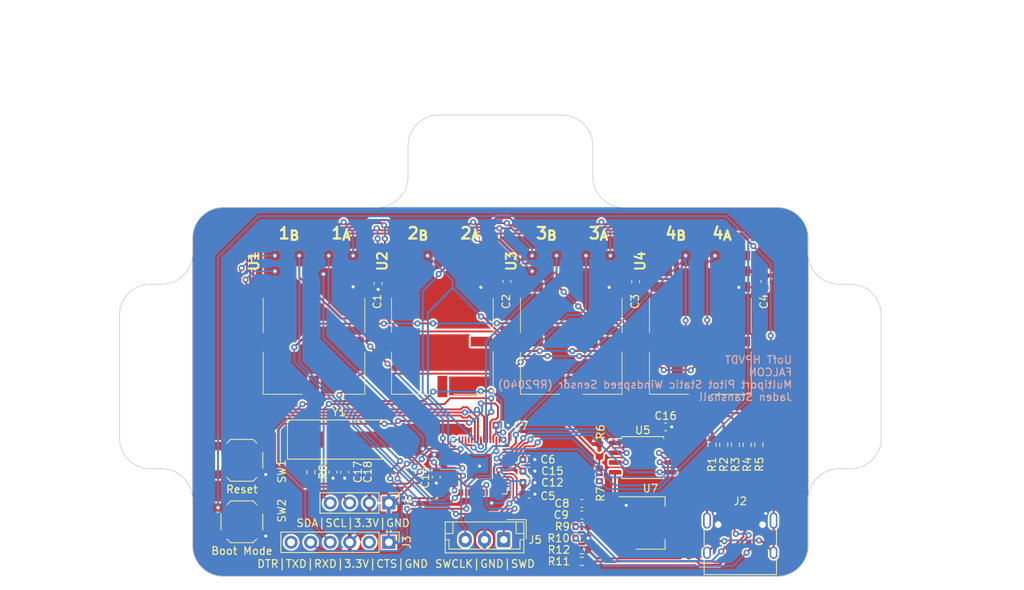
<source format=kicad_pcb>
(kicad_pcb (version 20221018) (generator pcbnew)
  (layers (0 "F.Cu" signal) (31 "B.Cu" signal) (34 "B.Paste" user) (35 "F.Paste" user) (36 "B.SilkS" user "B.Silkscreen") (37 "F.SilkS" user "F.Silkscreen") (38 "B.Mask" user) (39 "F.Mask" user) (44 "Edge.Cuts" user))
  (net 0 "")
  (net 1 "+3.3V")
  (net 2 "GND")
  (net 3 "/SCL")
  (net 4 "/SDA")
  (net 5 "/MISO")
  (net 6 "/SCK")
  (net 7 "/MOSI")
  (net 8 "/nRST")
  (net 9 "/CTS")
  (net 10 "/RXD")
  (net 11 "/TXD")
  (net 12 "/DTR")
  (net 13 "/nSS_{4}")
  (net 14 "/nSS_{2}")
  (net 15 "/nSS_{1}")
  (net 16 "/nSS_{3}")
  (net 20 "/DAV_{3}")
  (net 24 "/DAV_{4}")
  (net 28 "/DAV_{1}")
  (net 32 "/DAV_{2}")
  (net 33 "+1V1")
  (net 34 "/SWD")
  (net 35 "/SWCLK")
  (net 36 "/QSPI_SS")
  (net 37 "/USB_BOOT")
  (net 38 "/QSPI_SD1")
  (net 39 "/QSPI_SD2")
  (net 40 "/QSPI_SD0")
  (net 41 "/QSPI_SCLK")
  (net 42 "/QSPI_SD3")
  (net 47 "Net-(U6-XIN)")
  (net 48 "Net-(U6-XOUT)")
  (net 60 "+5V")
  (net 61 "Net-(J2-CC1)")
  (net 62 "Net-(C17-Pad2)")
  (net 63 "/D+")
  (net 64 "/D-")
  (net 66 "Net-(J2-CC2)")
  (net 68 "unconnected-(J2-SHIELD-PadS1)")
  (net 69 "/USB_D-")
  (net 70 "/USB_D+")
  (footprint "Capacitor_SMD:C_0603_1608Metric" (layer "F.Cu") (at 149.205 112.05)
    (fp_text reference "C6")
    (fp_text value "100n")
  )
  (footprint "Capacitor_SMD:C_0603_1608Metric" (layer "F.Cu") (at 149.205 115.05)
    (fp_text reference "C12")
    (fp_text value "1n")
  )
  (footprint "Resistor_SMD:R_0603_1608Metric" (layer "F.Cu") (at 158.355 110.859647 -90)
    (fp_text reference "R6")
    (fp_text value "10k")
  )
  (footprint "Capacitor_SMD:C_0603_1608Metric" (layer "F.Cu") (at 149.205 113.55)
    (fp_text reference "C15")
    (fp_text value "1n")
  )
  (footprint "Package_SO:SOIC-8_5.23x5.23mm_P1.27mm" (layer "F.Cu") (at 164.005 111.799647)
    (fp_text reference "U5")
    (fp_text value "W25Q128JVS")
  )
  (footprint "Connector_PinHeader_2.54mm:PinHeader_1x06_P2.54mm_Vertical" (layer "F.Cu") (at 131.005 122.81 -90)
    (fp_text reference "J3")
    (fp_text value "Conn_01x06_Pin")
  )
  (footprint "Capacitor_SMD:C_0603_1608Metric" (layer "F.Cu") (at 123.76 113.695 90)
    (fp_text reference "C17")
    (fp_text value "27p")
  )
  (footprint "Capacitor_SMD:C_0603_1608Metric" (layer "F.Cu") (at 129.62 89.15 -90)
    (fp_text reference "C1")
    (fp_text value "100n")
  )
  (footprint "Resistor_SMD:R_0603_1608Metric" (layer "F.Cu") (at 156.08 122.269647)
    (fp_text reference "R10")
    (fp_text value "5.1k")
  )
  (footprint "Button_Switch_SMD:SW_SPST_SKQG_WithStem" (layer "F.Cu") (at 111.905 112.149647 180)
    (fp_text reference "SW1")
    (fp_text value "Reset")
  )
  (footprint "Capacitor_SMD:C_0603_1608Metric" (layer "F.Cu") (at 137.1675 114.3325 -90)
    (fp_text reference "C14")
    (fp_text value "100n")
  )
  (footprint "Capacitor_SMD:C_0603_1608Metric" (layer "F.Cu") (at 179.88 88.9 -90)
    (fp_text reference "C4")
    (fp_text value "100n")
  )
  (footprint "Package_TO_SOT_SMD:SOT-223-3_TabPin2" (layer "F.Cu") (at 165 120.3)
    (fp_text reference "U7")
    (fp_text value "AZ1117-3.3")
  )
  (footprint "MountingHole:MountingHole_3.2mm_M3" (layer "F.Cu") (at 102 101.25)
    (fp_text reference "H1" hide)
    (fp_text value "MountingHole")
  )
  (footprint "Capacitor_SMD:C_0603_1608Metric" (layer "F.Cu") (at 125.27 113.695 90)
    (fp_text reference "C18")
    (fp_text value "27p")
  )
  (footprint "Resistor_SMD:R_0603_1608Metric" (layer "F.Cu") (at 156.08 123.779647 180)
    (fp_text reference "R12")
    (fp_text value "22")
  )
  (footprint "pressureSensorFootprintLibrary:HV120SM02C" (layer "F.Cu") (at 121.28 94.04 90)
    (fp_text reference "U1")
    (fp_text value "~" hide)
  )
  (footprint "Capacitor_SMD:C_0603_1608Metric" (layer "F.Cu") (at 156.08 119.259647)
    (fp_text reference "C9")
    (fp_text value "22u")
  )
  (footprint "MountingHole:MountingHole_3.2mm_M3" (layer "F.Cu") (at 189 101.25)
    (fp_text reference "H3" hide)
    (fp_text value "MountingHole")
  )
  (footprint "Resistor_SMD:R_0603_1608Metric" (layer "F.Cu") (at 176.045 110.124647 -90)
    (fp_text reference "R3")
    (fp_text value "10k")
  )
  (footprint "CrystalFootprint:Crystal_SMD_HC49-SD(ABLS-12.000MHZ-B4-T)" (layer "F.Cu") (at 124.53 109.45)
    (fp_text reference "Y1")
    (fp_text value "Crystal")
  )
  (footprint "pressureSensorFootprintLibrary:HV120SM02C" (layer "F.Cu") (at 137.96 94.04 90)
    (fp_text reference "U2")
    (fp_text value "~" hide)
  )
  (footprint "MountingHole:MountingHole_3.2mm_M3" (layer "F.Cu") (at 145 73.25)
    (fp_text reference "H2" hide)
    (fp_text value "MountingHole")
  )
  (footprint "Capacitor_SMD:C_0603_1608Metric" (layer "F.Cu") (at 156.08 117.759647)
    (fp_text reference "C8")
    (fp_text value "22u")
  )
  (footprint "Button_Switch_SMD:SW_SPST_SKQG_WithStem" (layer "F.Cu") (at 111.905 120.149647 180)
    (fp_text reference "SW2")
    (fp_text value "Boot Mode")
  )
  (footprint "Resistor_SMD:R_0603_1608Metric" (layer "F.Cu") (at 156.08 125.289647 180)
    (fp_text reference "R11")
    (fp_text value "22")
  )
  (footprint "Connector_USB:USB_C_Receptacle_HRO_TYPE-C-31-M-12" (layer "F.Cu") (at 176.68 123.115)
    (fp_text reference "J2")
    (fp_text value "USB_C_Receptacle_USB2.0")
  )
  (footprint "Resistor_SMD:R_0603_1608Metric" (layer "F.Cu") (at 156.08 120.759647)
    (fp_text reference "R9")
    (fp_text value "5.1k")
  )
  (footprint "Resistor_SMD:R_0603_1608Metric" (layer "F.Cu") (at 158.355 114.034647 -90)
    (fp_text reference "R7")
    (fp_text value "1k")
  )
  (footprint "Capacitor_SMD:C_0603_1608Metric" (layer "F.Cu") (at 149.205 116.55)
    (fp_text reference "C5")
    (fp_text value "100n")
  )
  (footprint "Capacitor_SMD:C_0603_1608Metric" (layer "F.Cu") (at 145.705 107.5825)
    (fp_text reference "C7")
    (fp_text value "100n")
  )
  (footprint "Package_DFN_QFN:QFN-56-1EP_7x7mm_P0.4mm_EP3.2x3.2mm" (layer "F.Cu") (at 142.78 112.9125 -90)
    (fp_text reference "U6" hide)
    (fp_text value "RP2040")
  )
  (footprint "Capacitor_SMD:C_0603_1608Metric" (layer "F.Cu") (at 146.34 88.9 -90)
    (fp_text reference "C2")
    (fp_text value "100n")
  )
  (footprint "Resistor_SMD:R_0603_1608Metric" (layer "F.Cu") (at 173.005 110.124647 -90)
    (fp_text reference "R1")
    (fp_text value "10k")
  )
  (footprint "pressureSensorFootprintLibrary:HV120SM02C" (layer "F.Cu") (at 154.71 94.04 90)
    (fp_text reference "U3")
    (fp_text value "~" hide)
  )
  (footprint "pressureSensorFootprintLibrary:HV120SM02C" (layer "F.Cu") (at 171.48 94.04 90)
    (fp_text reference "U4")
    (fp_text value "~" hide)
  )
  (footprint "Resistor_SMD:R_0603_1608Metric" (layer "F.Cu") (at 177.565 110.124647 -90)
    (fp_text reference "R4")
    (fp_text value "10k")
  )
  (footprint "Connector_PinHeader_2.54mm:PinHeader_1x04_P2.54mm_Vertical" (layer "F.Cu") (at 131.005 117.699647 -90)
    (fp_text reference "J1")
    (fp_text value "Conn_01x04_Pin")
  )
  (footprint "Resistor_SMD:R_0603_1608Metric" (layer "F.Cu") (at 120.88 113.695 -90)
    (fp_text reference "R8")
    (fp_text value "1k")
  )
  (footprint "Connector_JST:JST_EH_B3B-EH-A_1x03_P2.50mm_Vertical" (layer "F.Cu") (at 145.94 122.48 180)
    (fp_text reference "J5")
    (fp_text value "Conn_01x03_Pin")
  )
  (footprint "Capacitor_SMD:C_0603_1608Metric" (layer "F.Cu") (at 163.08 88.925 -90)
    (fp_text reference "C3")
    (fp_text value "100n")
  )
  (footprint "Resistor_SMD:R_0603_1608Metric" (layer "F.Cu") (at 179.085 110.124647 -90)
    (fp_text reference "R5")
    (fp_text value "10k")
  )
  (footprint "Resistor_SMD:R_0603_1608Metric" (layer "F.Cu") (at 174.525 110.124647 -90)
    (fp_text reference "R2")
    (fp_text value "10k")
  )
  (footprint "Capacitor_SMD:C_0603_1608Metric" (layer "F.Cu") (at 166.98 107.799647)
    (fp_text reference "C16")
    (fp_text value "100n")
  )
  (gr_arc (start 181.5 79.25) (mid 184.328427 80.421573) (end 185.5 83.25) (stroke (width 0.1)) (layer "Edge.Cuts"))
  (gr_arc (start 191 89.25) (mid 193.828427 90.421573) (end 195 93.25) (stroke (width 0.1)) (layer "Edge.Cuts"))
  (gr_line (start 96 93.25) (end 96 109.25) (stroke (width 0.1)) (layer "Edge.Cuts"))
  (gr_arc (start 153.5 67.25) (mid 156.328427 68.421573) (end 157.5 71.25) (stroke (width 0.1)) (layer "Edge.Cuts"))
  (gr_line (start 105.5 83.25) (end 105.5 85.25) (stroke (width 0.1)) (layer "Edge.Cuts"))
  (gr_line (start 109.5 127.25) (end 181.5 127.25) (stroke (width 0.1)) (layer "Edge.Cuts"))
  (gr_arc (start 195 109.25) (mid 193.828427 112.078427) (end 191 113.25) (stroke (width 0.1)) (layer "Edge.Cuts"))
  (gr_line (start 185.5 83.25) (end 185.5 85.25) (stroke (width 0.1)) (layer "Edge.Cuts"))
  (gr_line (start 109.5 79.25) (end 129.5 79.25) (stroke (width 0.1)) (layer "Edge.Cuts"))
  (gr_arc (start 105.5 85.25) (mid 104.328427 88.078427) (end 101.5 89.25) (stroke (width 0.1)) (layer "Edge.Cuts"))
  (gr_arc (start 185.5 123.25) (mid 184.328427 126.078427) (end 181.5 127.25) (stroke (width 0.1)) (layer "Edge.Cuts"))
  (gr_line (start 181.5 79.25) (end 161.5 79.25) (stroke (width 0.1)) (layer "Edge.Cuts"))
  (gr_arc (start 185.5 117.25) (mid 186.671573 114.421573) (end 189.5 113.25) (stroke (width 0.1)) (layer "Edge.Cuts"))
  (gr_arc (start 161.5 79.25) (mid 158.671573 78.078427) (end 157.5 75.25) (stroke (width 0.1)) (layer "Edge.Cuts"))
  (gr_arc (start 133.5 75.25) (mid 132.328427 78.078427) (end 129.5 79.25) (stroke (width 0.1)) (layer "Edge.Cuts"))
  (gr_arc (start 133.5 71.25) (mid 134.671573 68.421573) (end 137.5 67.25) (stroke (width 0.1)) (layer "Edge.Cuts"))
  (gr_line (start 105.5 123.25) (end 105.5 117.25) (stroke (width 0.1)) (layer "Edge.Cuts"))
  (gr_arc (start 189.5 89.25) (mid 186.671573 88.078427) (end 185.5 85.25) (stroke (width 0.1)) (layer "Edge.Cuts"))
  (gr_arc (start 101.5 113.25) (mid 104.328427 114.421573) (end 105.5 117.25) (stroke (width 0.1)) (layer "Edge.Cuts"))
  (gr_arc (start 109.5 127.25) (mid 106.671573 126.078427) (end 105.5 123.25) (stroke (width 0.1)) (layer "Edge.Cuts"))
  (gr_line (start 133.5 75.25) (end 133.5 71.25) (stroke (width 0.1)) (layer "Edge.Cuts"))
  (gr_line (start 137.5 67.25) (end 153.5 67.25) (stroke (width 0.1)) (layer "Edge.Cuts"))
  (gr_arc (start 105.5 83.25) (mid 106.671573 80.421573) (end 109.5 79.25) (stroke (width 0.1)) (layer "Edge.Cuts"))
  (gr_line (start 195 109.25) (end 195 93.25) (stroke (width 0.1)) (layer "Edge.Cuts"))
  (gr_line (start 101.5 89.25) (end 100 89.25) (stroke (width 0.1)) (layer "Edge.Cuts"))
  (gr_line (start 185.5 123.25) (end 185.5 117.25) (stroke (width 0.1)) (layer "Edge.Cuts"))
  (gr_line (start 189.5 89.25) (end 191 89.25) (stroke (width 0.1)) (layer "Edge.Cuts"))
  (gr_line (start 157.5 75.25) (end 157.5 71.25) (stroke (width 0.1)) (layer "Edge.Cuts"))
  (gr_arc (start 96 93.25) (mid 97.171573 90.421573) (end 100 89.25) (stroke (width 0.1)) (layer "Edge.Cuts"))
  (gr_arc (start 100 113.25) (mid 97.171573 112.078427) (end 96 109.25) (stroke (width 0.1)) (layer "Edge.Cuts"))
  (gr_line (start 101.5 113.25) (end 100 113.25) (stroke (width 0.1)) (layer "Edge.Cuts"))
  (gr_line (start 189.5 113.25) (end 191 113.25) (stroke (width 0.1)) (layer "Edge.Cuts"))
  (gr_text "UofT HPVDT\nFALCON\nMultiport Pitot Static Windspeed Sensor (RP2040)\nJaden Stanshall" (at 183.5 104.5) (layer "B.SilkS") (effects (font (size 1 1)) (justify left bottom mirror)))
  (gr_text "2_{B}" (at 133.258 83.5) (layer "F.SilkS") (effects (font (size 1.5 1.5) (thickness 0.3) bold) (justify left bottom)))
  (gr_text "DTR|TXD|RXD|3.3V|CTS|GND" (at 113.805 126.2) (layer "F.SilkS") (effects (font (size 1 1)) (justify left bottom)))
  (gr_text "SDA|SCL|3.3V|GND" (at 118.905 120.899647) (layer "F.SilkS") (effects (font (size 1 1)) (justify left bottom)))
  (gr_text "3_{B}" (at 149.958 83.5) (layer "F.SilkS") (effects (font (size 1.5 1.5) (thickness 0.3) bold) (justify left bottom)))
  (gr_text "1_{B}" (at 116.5 83.5) (layer "F.SilkS") (effects (font (size 1.5 1.5) (thickness 0.3) bold) (justify left bottom)))
  (gr_text "SWCLK|GND|SWD" (at 136.925 126.1975) (layer "F.SilkS") (effects (font (size 1 1)) (justify left bottom)))
  (gr_text "3_{A}" (at 156.816 83.5) (layer "F.SilkS") (effects (font (size 1.5 1.5) (thickness 0.3) bold) (justify left bottom)))
  (gr_text "2_{A}" (at 140.116 83.5) (layer "F.SilkS") (effects (font (size 1.5 1.5) (thickness 0.3) bold) (justify left bottom)))
  (gr_text "1_{A}" (at 123.358 83.5) (layer "F.SilkS") (effects (font (size 1.5 1.5) (thickness 0.3) bold) (justify left bottom)))
  (gr_text "4_{B}" (at 166.758 83.5) (layer "F.SilkS") (effects (font (size 1.5 1.5) (thickness 0.3) bold) (justify left bottom)))
  (gr_text "4_{A}" (at 172.854 83.5) (layer "F.SilkS") (effects (font (size 1.5 1.5) (thickness 0.3) bold) (justify left bottom)))
  (segment (start 145.38 116.35) (end 145.38 116.195405) (width 0.25) (layer "F.Cu") (net 1))
  (segment (start 156.855 112.149647) (end 156.855 117.759647) (width 0.25) (layer "F.Cu") (net 1))
  (segment (start 155.44088 110.735527) (end 156.855 112.149647) (width 0.25) (layer "F.Cu") (net 1))
  (segment (start 125.925 122.81) (end 128.465 120.27) (width 0.25) (layer "F.Cu") (net 1))
  (segment (start 144.359617 117.699647) (end 144.342147 117.699647) (width 0.25) (layer "F.Cu") (net 1))
  (segment (start 122.8755 87.56) (end 126.36 87.56) (width 0.25) (layer "F.Cu") (net 1))
  (segment (start 135.418056 109.691944) (end 136.83 108.28) (width 0.25) (layer "F.Cu") (net 1))
  (segment (start 140.851619 117.7755) (end 134.38 117.7755) (width 0.25) (layer "F.Cu") (net 1))
  (segment (start 145.38 109.475) (end 145.879327 109.475) (width 0.25) (layer "F.Cu") (net 1))
  (segment (start 128.465 120.27) (end 128.465 117.699647) (width 0.25) (layer "F.Cu") (net 1))
  (segment (start 141.78 116.847119) (end 140.851619 117.7755) (width 0.25) (layer "F.Cu") (net 1))
  (segment (start 141.082119 108.28) (end 141.78 108.977881) (width 0.25) (layer "F.Cu") (net 1))
  (segment (start 148.43 112.05) (end 148.43 111.259861) (width 0.25) (layer "F.Cu") (net 1))
  (segment (start 148.43 111.259861) (end 148.954334 110.735527) (width 0.25) (layer "F.Cu") (net 1))
  (segment (start 144.342147 117.699647) (end 143.705 117.0625) (width 0.25) (layer "F.Cu") (net 1))
  (segment (start 146.062905 115.5125) (end 146.2175 115.5125) (width 0.25) (layer "F.Cu") (net 1))
  (segment (start 155.152853 106.8325) (end 158.355 110.034647) (width 0.25) (layer "F.Cu") (net 1))
  (segment (start 146.2175 113.1125) (end 145.604 113.1125) (width 0.25) (layer "F.Cu") (net 1))
  (segment (start 141.78 108.977881) (end 141.78 109.475) (width 0.25) (layer "F.Cu") (net 1))
  (segment (start 145.38 116.9) (end 145.38 116.35) (width 0.25) (layer "F.Cu") (net 1))
  (segment (start 146.2175 115.1125) (end 146.2175 115.5125) (width 0.25) (layer "F.Cu") (net 1))
  (segment (start 159.395353 120.3) (end 161.85 120.3) (width 0.25) (layer "F.Cu") (net 1))
  (segment (start 141.78 116.35) (end 141.78 116.847119) (width 0.25) (layer "F.Cu") (net 1))
  (segment (start 146.2175 113.1125) (end 146.2175 113.5125) (width 0.25) (layer "F.Cu") (net 1))
  (segment (start 156.855 117.759647) (end 159.395353 120.3) (width 0.25) (layer "F.Cu") (net 1))
  (segment (start 141.995381 117.0625) (end 143.705 117.0625) (width 0.25) (layer "F.Cu") (net 1))
  (segment (start 145.604 113.1125) (end 145.3295 113.387) (width 0.25) (layer "F.Cu") (net 1))
  (segment (start 141.78 116.847119) (end 141.995381 117.0625) (width 0.25) (layer "F.Cu") (net 1))
  (segment (start 136.898116 111.4) (end 138.610616 113.1125) (width 0.25) (layer "F.Cu") (net 1))
  (segment (start 145.38 116.195405) (end 146.062905 115.5125) (width 0.25) (layer "F.Cu") (net 1))
  (segment (start 135.418056 110.652156) (end 135.418056 109.691944) (width 0.25) (layer "F.Cu") (net 1))
  (segment (start 143.705 117.0625) (end 145.2175 117.0625) (width 0.25) (layer "F.Cu") (net 1))
  (segment (start 145.2175 117.0625) (end 145.38 116.9) (width 0.25) (layer "F.Cu") (net 1))
  (segment (start 148.954334 110.735527) (end 155.44088 110.735527) (width 0.25) (layer "F.Cu") (net 1))
  (segment (start 145.879327 109.475) (end 145.882216 109.472111) (width 0.25) (layer "F.Cu") (net 1))
  (segment (start 148.43 115.05) (end 148.43 116.55) (width 0.25) (layer "F.Cu") (net 1))
  (segment (start 138.610616 113.1125) (end 139.3425 113.1125) (width 0.25) (layer "F.Cu") (net 1))
  (segment (start 145.68 106.8325) (end 155.152853 106.8325) (width 0.25) (layer "F.Cu") (net 1))
  (segment (start 122.5055 87.93) (end 122.8755 87.56) (width 0.25) (layer "F.Cu") (net 1))
  (segment (start 144.93 107.5825) (end 145.68 106.8325) (width 0.25) (layer "F.Cu") (net 1))
  (segment (start 136.83 108.28) (end 141.082119 108.28) (width 0.25) (layer "F.Cu") (net 1))
  (via (at 122.5055 87.93) (size 0.8) (drill 0.4) (layers "F.Cu" "B.Cu") (net 1))
  (via (at 144.359617 117.699647) (size 0.8) (drill 0.4) (layers "F.Cu" "B.Cu") (net 1))
  (via (at 145.3295 113.387) (size 0.8) (drill 0.4) (layers "F.Cu" "B.Cu") (net 1))
  (via (at 135.418056 110.652156) (size 0.8) (drill 0.4) (layers "F.Cu" "B.Cu") (net 1))
  (via (at 148.43 115.05) (size 0.8) (drill 0.4) (layers "F.Cu" "B.Cu") (net 1))
  (via (at 144.93 107.5825) (size 0.8) (drill 0.4) (layers "F.Cu" "B.Cu") (net 1))
  (via (at 145.882216 109.472111) (size 0.8) (drill 0.4) (layers "F.Cu" "B.Cu") (net 1))
  (via (at 148.43 112.05) (size 0.8) (drill 0.4) (layers "F.Cu" "B.Cu") (net 1))
  (via (at 134.38 117.7755) (size 0.8) (drill 0.4) (layers "F.Cu" "B.Cu") (net 1))
  (via (at 136.898116 111.4) (size 0.8) (drill 0.4) (layers "F.Cu" "B.Cu") (net 1))
  (segment (start 145.847516 109.472111) (end 145.882216 109.472111) (width 0.25) (layer "B.Cu") (net 1))
  (segment (start 146.805 114.8625) (end 146.805 116.679595) (width 0.25) (layer "B.Cu") (net 1))
  (segment (start 132.705 118.195905) (end 132.705 121.060686) (width 0.25) (layer "B.Cu") (net 1))
  (segment (start 145.784948 117.699647) (end 144.359617 117.699647) (width 0.25) (layer "B.Cu") (net 1))
  (segment (start 132.080686 121.685) (end 127.115 121.685) (width 0.25) (layer "B.Cu") (net 1))
  (segment (start 147.093 113.387) (end 148.43 112.05) (width 0.25) (layer "B.Cu") (net 1))
  (segment (start 144.93 108.554595) (end 145.847516 109.472111) (width 0.25) (layer "B.Cu") (net 1))
  (segment (start 129.409595 103.1005) (end 129.4005 103.1005) (width 0.25) (layer "B.Cu") (net 1))
  (segment (start 129.4005 103.1005) (end 122.5055 96.2055) (width 0.25) (layer "B.Cu") (net 1))
  (segment (start 133.125404 117.7755) (end 132.705 118.195905) (width 0.25) (layer "B.Cu") (net 1))
  (segment (start 144.93 107.5825) (end 144.93 108.554595) (width 0.25) (layer "B.Cu") (net 1))
  (segment (start 146.805 116.679595) (end 145.784948 117.699647) (width 0.25) (layer "B.Cu") (net 1))
  (segment (start 148.2425 114.8625) (end 148.43 115.05) (width 0.25) (layer "B.Cu") (net 1))
  (segment (start 122.5055 96.2055) (end 122.5055 87.93) (width 0.25) (layer "B.Cu") (net 1))
  (segment (start 145.3295 113.387) (end 147.093 113.387) (width 0.25) (layer "B.Cu") (net 1))
  (segment (start 132.705 121.060686) (end 132.080686 121.685) (width 0.25) (layer "B.Cu") (net 1))
  (segment (start 136.150272 110.652156) (end 136.898116 111.4) (width 0.25) (layer "B.Cu") (net 1))
  (segment (start 134.38 117.7755) (end 133.125404 117.7755) (width 0.25) (layer "B.Cu") (net 1))
  (segment (start 135.418056 109.108961) (end 129.409595 103.1005) (width 0.25) (layer "B.Cu") (net 1))
  (segment (start 135.418056 110.652156) (end 136.150272 110.652156) (width 0.25) (layer "B.Cu") (net 1))
  (segment (start 146.805 114.8625) (end 148.2425 114.8625) (width 0.25) (layer "B.Cu") (net 1))
  (segment (start 135.418056 110.652156) (end 135.418056 109.108961) (width 0.25) (layer "B.Cu") (net 1))
  (segment (start 145.3295 113.387) (end 146.805 114.8625) (width 0.25) (layer "B.Cu") (net 1))
  (segment (start 127.115 121.685) (end 125.99 122.81) (width 0.25) (layer "B.Cu") (net 1))
  (segment (start 108.805 121.999647) (end 115.005 121.999647) (width 0.25) (layer "F.Cu") (net 2))
  (segment (start 131.005 117.699647) (end 131.005 122.81) (width 0.25) (layer "F.Cu") (net 2))
  (segment (start 179.93 119.07) (end 179.979502 119.07) (width 0.25) (layer "F.Cu") (net 2))
  (segment (start 149.98 112.05) (end 149.98 113.55) (width 0.25) (layer "F.Cu") (net 2))
  (segment (start 156.905 120.759647) (end 156.905 122.269647) (width 0.25) (layer "F.Cu") (net 2))
  (segment (start 137.1675 115.1075) (end 134.1725 115.1075) (width 0.25) (layer "F.Cu") (net 2))
  (segment (start 142.96 89.65) (end 146.315 89.65) (width 0.25) (layer "F.Cu") (net 2))
  (segment (start 134.1725 115.1075) (end 131.580353 117.699647) (width 0.25) (layer "F.Cu") (net 2))
  (segment (start 160.405 116.555) (end 161.85 118) (width 0.25) (layer "F.Cu") (net 2))
  (segment (start 160.405 113.704647) (end 160.405 116.555) (width 0.25) (layer "F.Cu") (net 2))
  (segment (start 176.48 89.65) (end 179.855 89.65) (width 0.25) (layer "F.Cu") (net 2))
  (segment (start 159.63 89.65) (end 163.03 89.65) (width 0.25) (layer "F.Cu") (net 2))
  (segment (start 149.98 113.55) (end 149.98 115.05) (width 0.25) (layer "F.Cu") (net 2))
  (segment (start 155.405 119.259647) (end 156.905 120.759647) (width 0.25) (layer "F.Cu") (net 2))
  (segment (start 149.98 116.55) (end 149.98 115.05) (width 0.25) (layer "F.Cu") (net 2))
  (segment (start 149.98 116.55) (end 151.189647 117.759647) (width 0.25) (layer "F.Cu") (net 2))
  (segment (start 108.805 113.999647) (end 115.005 113.999647) (width 0.25) (layer "F.Cu") (net 2))
  (segment (start 173.43 119.07) (end 173.380498 119.07) (width 0.25) (layer "F.Cu") (net 2))
  (segment (start 155.305 117.759647) (end 155.305 119.259647) (width 0.25) (layer "F.Cu") (net 2))
  (segment (start 139.3425 111.9125) (end 141.78 111.9125) (width 0.25) (layer "F.Cu") (net 2))
  (segment (start 151.189647 117.759647) (end 155.305 117.759647) (width 0.25) (layer "F.Cu") (net 2))
  (via (at 115.005 113.999647) (size 0.8) (drill 0.4) (layers "F.Cu" "B.Cu") (net 2))
  (via (at 129.62 89.925) (size 0.8) (drill 0.4) (layers "F.Cu" "B.Cu") (net 2))
  (via (at 125.27 114.47) (size 0.8) (drill 0.4) (layers "F.Cu" "B.Cu") (net 2))
  (via (at 137.1675 115.1075) (size 0.8) (drill 0.4) (layers "F.Cu" "B.Cu") (net 2))
  (via (at 115.005 121.999647) (size 0.8) (drill 0.4) (layers "F.Cu" "B.Cu") (net 2))
  (via (at 126.36 89.59) (size 0.8) (drill 0.4) (layers "F.Cu" "B.Cu") (net 2))
  (via (at 123.76 114.47) (size 0.8) (drill 0.4) (layers "F.Cu" "B.Cu") (net 2))
  (via (at 179.979502 119.07) (size 0.8) (drill 0.4) (layers "F.Cu" "B.Cu") (net 2))
  (via (at 161.85 118) (size 0.8) (drill 0.4) (layers "F.Cu" "B.Cu") (net 2))
  (via (at 173.380498 119.07) (size 0.8) (drill 0.4) (layers "F.Cu" "B.Cu") (net 2))
  (via (at 149.98 115.05) (size 0.8) (drill 0.4) (layers "F.Cu" "B.Cu") (net 2))
  (via (at 156.905 122.269647) (size 0.8) (drill 0.4) (layers "F.Cu" "B.Cu") (net 2))
  (via (at 149.98 112.05) (size 0.8) (drill 0.4) (layers "F.Cu" "B.Cu") (net 2))
  (via (at 149.98 116.55) (size 0.8) (drill 0.4) (layers "F.Cu" "B.Cu") (net 2))
  (via (at 176.48 89.65) (size 0.8) (drill 0.4) (layers "F.Cu" "B.Cu") (net 2))
  (via (at 142.78 112.9125) (size 0.8) (drill 0.4) (layers "F.Cu" "B.Cu") (net 2))
  (via (at 142.96 89.65) (size 0.8) (drill 0.4) (layers "F.Cu" "B.Cu") (net 2))
  (via (at 146.492 107.5825) (size 0.8) (drill 0.4) (layers "F.Cu" "B.Cu") (net 2))
  (via (at 149.98 113.55) (size 0.8) (drill 0.4) (layers "F.Cu" "B.Cu") (net 2))
  (via (at 159.63 89.65) (size 0.8) (drill 0.4) (layers "F.Cu" "B.Cu") (net 2))
  (via (at 167.755 107.799647) (size 0.8) (drill 0.4) (layers "F.Cu" "B.Cu") (net 2))
  (segment (start 126.695 89.925) (end 126.36 89.59) (width 0.25) (layer "B.Cu") (net 2))
  (segment (start 144.312758 104.075) (end 138.973108 104.075) (width 0.25) (layer "F.Cu") (net 3))
  (segment (start 123.26287 104.852444) (end 123.220213 104.809787) (width 0.25) (layer "F.Cu") (net 3))
  (segment (start 138.195664 104.852444) (end 123.38 104.852444) (width 0.25) (layer "F.Cu") (net 3))
  (segment (start 143.78 109.475) (end 143.78 106.383258) (width 0.25) (layer "F.Cu") (net 3))
  (segment (start 143.78 106.383258) (end 144.313258 105.85) (width 0.25) (layer "F.Cu") (net 3))
  (segment (start 138.973108 104.075) (end 138.195664 104.852444) (width 0.25) (layer "F.Cu") (net 3))
  (segment (start 123.38 104.852444) (end 123.26287 104.852444) (width 0.25) (layer "F.Cu") (net 3))
  (segment (start 144.313258 104.0755) (end 144.312758 104.075) (width 0.25) (layer "F.Cu") (net 3))
  (via (at 123.220213 104.809787) (size 0.8) (drill 0.4) (layers "F.Cu" "B.Cu") (net 3))
  (via (at 144.313258 104.0755) (size 0.8) (drill 0.4) (layers "F.Cu" "B.Cu") (net 3))
  (via (at 144.313258 105.85) (size 0.8) (drill 0.4) (layers "F.Cu" "B.Cu") (net 3))
  (segment (start 122.535 105.495) (end 122.535 116.849647) (width 0.25) (layer "B.Cu") (net 3))
  (segment (start 123.220213 104.809787) (end 122.535 105.495) (width 0.25) (layer "B.Cu") (net 3))
  (segment (start 144.313258 105.85) (end 144.313258 104.0755) (width 0.25) (layer "B.Cu") (net 3))
  (segment (start 122.535 116.849647) (end 123.385 117.699647) (width 0.25) (layer "B.Cu") (net 3))
  (segment (start 144.497893 106.8325) (end 144.18 107.150393) (width 0.25) (layer "F.Cu") (net 4))
  (segment (start 117.4055 107.401444) (end 130.431639 107.401444) (width 0.25) (layer "F.Cu") (net 4))
  (segment (start 145.18 106.550197) (end 144.897697 106.8325) (width 0.25) (layer "F.Cu") (net 4))
  (segment (start 144.78 104.75) (end 145.18 105.15) (width 0.25) (layer "F.Cu") (net 4))
  (segment (start 145.18 105.15) (end 145.18 106.550197) (width 0.25) (layer "F.Cu") (net 4))
  (segment (start 132.206944 107.023056) (end 141.199168 107.023056) (width 0.25) (layer "F.Cu") (net 4))
  (segment (start 116.705 112.415) (end 116.705 108.101944) (width 0.25) (layer "F.Cu") (net 4))
  (segment (start 144.897697 106.8325) (end 144.497893 106.8325) (width 0.25) (layer "F.Cu") (net 4))
  (segment (start 119.885 115.595) (end 116.705 112.415) (width 0.25) (layer "F.Cu") (net 4))
  (segment (start 123.820353 115.595) (end 119.885 115.595) (width 0.25) (layer "F.Cu") (net 4))
  (segment (start 116.705 108.101944) (end 117.4055 107.401444) (width 0.25) (layer "F.Cu") (net 4))
  (segment (start 144.18 107.150393) (end 144.18 109.475) (width 0.25) (layer "F.Cu") (net 4))
  (segment (start 141.199168 107.023056) (end 141.437886 107.261774) (width 0.25) (layer "F.Cu") (net 4))
  (segment (start 142.964258 104.75) (end 144.78 104.75) (width 0.25) (layer "F.Cu") (net 4))
  (segment (start 125.925 117.699647) (end 123.820353 115.595) (width 0.25) (layer "F.Cu") (net 4))
  (via (at 141.437886 107.261774) (size 0.8) (drill 0.4) (layers "F.Cu" "B.Cu") (net 4))
  (via (at 132.206944 107.023056) (size 0.8) (drill 0.4) (layers "F.Cu" "B.Cu") (net 4))
  (via (at 142.964258 104.75) (size 0.8) (drill 0.4) (layers "F.Cu" "B.Cu") (net 4))
  (via (at 130.431639 107.401444) (size 0.8) (drill 0.4) (layers "F.Cu" "B.Cu") (net 4))
  (segment (start 143.131944 104.917686) (end 142.964258 104.75) (width 0.25) (layer "B.Cu") (net 4))
  (segment (start 141.437886 107.261774) (end 141.722821 107.261774) (width 0.25) (layer "B.Cu") (net 4))
  (segment (start 131.828556 107.401444) (end 132.206944 107.023056) (width 0.25) (layer "B.Cu") (net 4))
  (segment (start 130.431639 107.401444) (end 131.828556 107.401444) (width 0.25) (layer "B.Cu") (net 4))
  (segment (start 141.722821 107.261774) (end 143.131944 105.852651) (width 0.25) (layer "B.Cu") (net 4))
  (segment (start 143.131944 105.852651) (end 143.131944 104.917686) (width 0.25) (layer "B.Cu") (net 4))
  (segment (start 165.105686 87.56) (end 166.4 87.56) (width 0.25) (layer "F.Cu") (net 5))
  (segment (start 112.98 89.65) (end 112.98 105.55) (width 0.25) (layer "F.Cu") (net 5))
  (segment (start 145.38 81.9755) (end 146.9555 81.9755) (width 0.25) (layer "F.Cu") (net 5))
  (segment (start 129.550763 85.070763) (end 129.550763 83.3245) (width 0.25) (layer "F.Cu") (net 5))
  (segment (start 144.7345 81.9755) (end 145.38 81.9755) (width 0.25) (layer "F.Cu") (net 5))
  (segment (start 113.356944 105.926944) (end 140.903056 105.926944) (width 0.25) (layer "F.Cu") (net 5))
  (segment (start 129.88 82.25) (end 144.46 82.25) (width 0.25) (layer "F.Cu") (net 5))
  (segment (start 129.1455 82.25) (end 129.42 81.9755) (width 0.25) (layer "F.Cu") (net 5))
  (segment (start 147.23 82.25) (end 162.045685 82.25) (width 0.25) (layer "F.Cu") (net 5))
  (segment (start 163.28 83.484315) (end 163.28 85.734314) (width 0.25) (layer "F.Cu") (net 5))
  (segment (start 112.38 88.65) (end 112.38 89.05) (width 0.25) (layer "F.Cu") (net 5))
  (segment (start 112.98 89.65) (end 112.98 84.484315) (width 0.25) (layer "F.Cu") (net 5))
  (segment (start 112.38 89.05) (end 112.98 89.65) (width 0.25) (layer "F.Cu") (net 5))
  (segment (start 129.6055 81.9755) (end 129.88 82.25) (width 0.25) (layer "F.Cu") (net 5))
  (segment (start 112.98 84.484315) (end 115.214314 82.25) (width 0.25) (layer "F.Cu") (net 5))
  (segment (start 129.42 81.9755) (end 129.6055 81.9755) (width 0.25) (layer "F.Cu") (net 5))
  (segment (start 132.13 87.65) (end 129.550763 85.070763) (width 0.25) (layer "F.Cu") (net 5))
  (segment (start 142.456944 105.573056) (end 143.38 106.496112) (width 0.25) (layer "F.Cu") (net 5))
  (segment (start 112.98 105.55) (end 113.356944 105.926944) (width 0.25) (layer "F.Cu") (net 5))
  (segment (start 144.46 82.25) (end 144.7345 81.9755) (width 0.25) (layer "F.Cu") (net 5))
  (segment (start 146.9555 81.9755) (end 147.23 82.25) (width 0.25) (layer "F.Cu") (net 5))
  (segment (start 163.28 85.734314) (end 165.105686 87.56) (width 0.25) (layer "F.Cu") (net 5))
  (segment (start 115.214314 82.25) (end 129.1455 82.25) (width 0.25) (layer "F.Cu") (net 5))
  (segment (start 143.38 106.496112) (end 143.38 109.475) (width 0.25) (layer "F.Cu") (net 5))
  (segment (start 162.045685 82.25) (end 163.28 83.484315) (width 0.25) (layer "F.Cu") (net 5))
  (via (at 149.63 87.56) (size 0.8) (drill 0.4) (layers "F.Cu" "B.Cu") (net 5))
  (via (at 145.38 81.9755) (size 0.8) (drill 0.4) (layers "F.Cu" "B.Cu") (net 5))
  (via (at 112.38 88.65) (size 0.8) (drill 0.4) (layers "F.Cu" "B.Cu") (net 5))
  (via (at 140.903056 105.926944) (size 0.8) (drill 0.4) (layers "F.Cu" "B.Cu") (net 5))
  (via (at 129.550763 83.3245) (size 0.8) (drill 0.4) (layers "F.Cu" "B.Cu") (net 5))
  (via (at 116.2 87.56) (size 0.8) (drill 0.4) (layers "F.Cu" "B.Cu") (net 5))
  (via (at 129.42 81.9755) (size 0.8) (drill 0.4) (layers "F.Cu" "B.Cu") (net 5))
  (via (at 142.456944 105.573056) (size 0.8) (drill 0.4) (layers "F.Cu" "B.Cu") (net 5))
  (segment (start 140.903056 105.926944) (end 142.103056 105.926944) (width 0.25) (layer "B.Cu") (net 5))
  (segment (start 129.550763 82.106263) (end 129.550763 83.3245) (width 0.25) (layer "B.Cu") (net 5))
  (segment (start 116.2 87.56) (end 113.47 87.56) (width 0.25) (layer "B.Cu") (net 5))
  (segment (start 149.63 87.56) (end 145.55 83.48) (width 0.25) (layer "B.Cu") (net 5))
  (segment (start 145.55 83.48) (end 145.55 81.9755) (width 0.25) (layer "B.Cu") (net 5))
  (segment (start 142.103056 105.926944) (end 142.456944 105.573056) (width 0.25) (layer "B.Cu") (net 5))
  (segment (start 129.42 81.9755) (end 129.550763 82.106263) (width 0.25) (layer "B.Cu") (net 5))
  (segment (start 113.47 87.56) (end 112.38 88.65) (width 0.25) (layer "B.Cu") (net 5))
  (segment (start 141.181944 105.251944) (end 142.58 106.65) (width 0.25) (layer "F.Cu") (net 6))
  (segment (start 161.88 82.65) (end 162.88 83.65) (width 0.25) (layer "F.Cu") (net 6))
  (segment (start 140.623461 105.251944) (end 141.181944 105.251944) (width 0.25) (layer "F.Cu") (net 6))
  (segment (start 114.44 89.59) (end 113.38 90.65) (width 0.25) (layer "F.Cu") (net 6))
  (segment (start 162.88 83.65) (end 162.88 85.9) (width 0.25) (layer "F.Cu") (net 6))
  (segment (start 116.2 89.59) (end 114.44 89.59) (width 0.25) (layer "F.Cu") (net 6))
  (segment (start 164.73 87.75) (end 164.73 88.47) (width 0.25) (layer "F.Cu") (net 6))
  (segment (start 113.52263 105.526944) (end 140.348461 105.526944) (width 0.25) (layer "F.Cu") (net 6))
  (segment (start 144.46 82.65) (end 147.96 86.15) (width 0.25) (layer "F.Cu") (net 6))
  (segment (start 142.58 106.65) (end 142.58 109.475) (width 0.25) (layer "F.Cu") (net 6))
  (segment (start 115.38 82.65) (end 113.38 84.65) (width 0.25) (layer "F.Cu") (net 6))
  (segment (start 132.33 89.59) (end 131.21 88.47) (width 0.25) (layer "F.Cu") (net 6))
  (segment (start 147.96 88.47) (end 149.08 89.59) (width 0.25) (layer "F.Cu") (net 6))
  (segment (start 162.88 85.9) (end 164.73 87.75) (width 0.25) (layer "F.Cu") (net 6))
  (segment (start 115.55 82.65) (end 161.88 82.65) (width 0.25) (layer "F.Cu") (net 6))
  (segment (start 140.348461 105.526944) (end 140.623461 105.251944) (width 0.25) (layer "F.Cu") (net 6))
  (segment (start 113.38 90.65) (end 113.38 105.384314) (width 0.25) (layer "F.Cu") (net 6))
  (segment (start 131.21 88.47) (end 131.21 87.56) (width 0.25) (layer "F.Cu") (net 6))
  (segment (start 164.73 88.47) (end 165.85 89.59) (width 0.25) (layer "F.Cu") (net 6))
  (segment (start 128.96 85.31) (end 128.96 83.65) (width 0.25) (layer "F.Cu") (net 6))
  (segment (start 147.96 86.15) (end 147.96 88.47) (width 0.25) (layer "F.Cu") (net 6))
  (segment (start 113.38 84.65) (end 113.38 90.65) (width 0.25) (layer "F.Cu") (net 6))
  (segment (start 131.21 87.56) (end 128.96 85.31) (width 0.25) (layer "F.Cu") (net 6))
  (segment (start 128.96 83.65) (end 127.96 82.65) (width 0.25) (layer "F.Cu") (net 6))
  (segment (start 113.38 105.384314) (end 113.52263 105.526944) (width 0.25) (layer "F.Cu") (net 6))
  (segment (start 140.348461 106.326944) (end 140.623461 106.601944) (width 0.25) (layer "F.Cu") (net 7))
  (segment (start 130.500266 84.609734) (end 130.500266 83.3245) (width 0.25) (layer "F.Cu") (net 7))
  (segment (start 111.705 88.975) (end 112.58 89.85) (width 0.25) (layer "F.Cu") (net 7))
  (segment (start 163.68 84.55) (end 164.66 85.53) (width 0.25) (layer "F.Cu") (net 7))
  (segment (start 146.345741 81.301) (end 146.620241 81.5755) (width 0.25) (layer "F.Cu") (net 7))
  (segment (start 141.457298 106.327298) (end 142.18 107.05) (width 0.25) (layer "F.Cu") (net 7))
  (segment (start 130.38 81.5755) (end 130.105 81.3005) (width 0.25) (layer "F.Cu") (net 7))
  (segment (start 147.395686 81.85) (end 162.211371 81.85) (width 0.25) (layer "F.Cu") (net 7))
  (segment (start 144.294314 81.85) (end 144.843814 81.3005) (width 0.25) (layer "F.Cu") (net 7))
  (segment (start 146.345241 81.3005) (end 146.345741 81.301) (width 0.25) (layer "F.Cu") (net 7))
  (segment (start 130.38 81.5755) (end 130.6545 81.85) (width 0.25) (layer "F.Cu") (net 7))
  (segment (start 144.843814 81.3005) (end 146.345241 81.3005) (width 0.25) (layer "F.Cu") (net 7))
  (segment (start 130.105 81.3005) (end 128.7295 81.3005) (width 0.25) (layer "F.Cu") (net 7))
  (segment (start 128.7295 81.3005) (end 128.18 81.85) (width 0.25) (layer "F.Cu") (net 7))
  (segment (start 141.182651 106.601944) (end 141.457298 106.327298) (width 0.25) (layer "F.Cu") (net 7))
  (segment (start 128.18 81.85) (end 115.048629 81.85) (width 0.25) (layer "F.Cu") (net 7))
  (segment (start 115.048629 81.85) (end 112.58 84.318629) (width 0.25) (layer "F.Cu") (net 7))
  (segment (start 111.705 87.325) (end 111.705 88.975) (width 0.25) (layer "F.Cu") (net 7))
  (segment (start 142.18 107.05) (end 142.18 109.475) (width 0.25) (layer "F.Cu") (net 7))
  (segment (start 164.66 85.53) (end 166.4 85.53) (width 0.25) (layer "F.Cu") (net 7))
  (segment (start 146.620241 81.5755) (end 147.121186 81.5755) (width 0.25) (layer "F.Cu") (net 7))
  (segment (start 140.623461 106.601944) (end 141.182651 106.601944) (width 0.25) (layer "F.Cu") (net 7))
  (segment (start 130.6545 81.85) (end 144.294314 81.85) (width 0.25) (layer "F.Cu") (net 7))
  (segment (start 113.191259 106.326944) (end 140.348461 106.326944) (width 0.25) (layer "F.Cu") (net 7))
  (segment (start 112.58 84.318629) (end 112.58 87.45) (width 0.25) (layer "F.Cu") (net 7))
  (segment (start 112.58 87.45) (end 111.705 88.325) (width 0.25) (layer "F.Cu") (net 7))
  (segment (start 111.705 88.325) (end 111.705 88.975) (width 0.25) (layer "F.Cu") (net 7))
  (segment (start 112.58 89.85) (end 112.58 105.715686) (width 0.25) (layer "F.Cu") (net 7))
  (segment (start 163.68 83.318628) (end 163.68 84.55) (width 0.25) (layer "F.Cu") (net 7))
  (segment (start 131.420532 85.53) (end 132.88 85.53) (width 0.25) (layer "F.Cu") (net 7))
  (segment (start 162.211371 81.85) (end 163.68 83.318628) (width 0.25) (layer "F.Cu") (net 7))
  (segment (start 112.58 105.715686) (end 113.191259 106.326944) (width 0.25) (layer "F.Cu") (net 7))
  (segment (start 147.121186 81.5755) (end 147.395686 81.85) (width 0.25) (layer "F.Cu") (net 7))
  (segment (start 111.88 87.15) (end 111.705 87.325) (width 0.25) (layer "F.Cu") (net 7))
  (segment (start 130.500266 84.609734) (end 131.420532 85.53) (width 0.25) (layer "F.Cu") (net 7))
  (via (at 146.345741 81.301) (size 0.8) (drill 0.4) (layers "F.Cu" "B.Cu") (net 7))
  (via (at 130.500266 83.3245) (size 0.8) (drill 0.4) (layers "F.Cu" "B.Cu") (net 7))
  (via (at 111.88 87.15) (size 0.8) (drill 0.4) (layers "F.Cu" "B.Cu") (net 7))
  (via (at 149.63 85.53) (size 0.8) (drill 0.4) (layers "F.Cu" "B.Cu") (net 7))
  (via (at 116.2 85.53) (size 0.8) (drill 0.4) (layers "F.Cu" "B.Cu") (net 7))
  (via (at 130.38 81.5755) (size 0.8) (drill 0.4) (layers "F.Cu" "B.Cu") (net 7))
  (segment (start 116.2 85.53) (end 113.5 85.53) (width 0.25) (layer "B.Cu") (net 7))
  (segment (start 113.5 85.53) (end 111.88 87.15) (width 0.25) (layer "B.Cu") (net 7))
  (segment (start 149.63 84.585259) (end 146.345741 81.301) (width 0.25) (layer "B.Cu") (net 7))
  (segment (start 130.500266 81.695766) (end 130.500266 83.3245) (width 0.25) (layer "B.Cu") (net 7))
  (segment (start 149.63 85.53) (end 149.63 84.585259) (width 0.25) (layer "B.Cu") (net 7))
  (segment (start 130.38 81.5755) (end 130.500266 81.695766) (width 0.25) (layer "B.Cu") (net 7))
  (segment (start 173.68 82.65) (end 176.7395 82.65) (width 0.25) (layer "F.Cu") (net 8))
  (segment (start 162.377056 81.45) (end 163.577058 82.65) (width 0.25) (layer "F.Cu") (net 8))
  (segment (start 115.005 110.299647) (end 115.005 109.236258) (width 0.25) (layer "F.Cu") (net 8))
  (segment (start 112.18 90.015686) (end 112.180001 105.881372) (width 0.25) (layer "F.Cu") (net 8))
  (segment (start 163.577058 82.65) (end 173.68 82.65) (width 0.25) (layer "F.Cu") (net 8))
  (segment (start 111.205 89.040686) (end 112.18 90.015686) (width 0.25) (layer "F.Cu") (net 8))
  (segment (start 158.9045 81.45) (end 162.377056 81.45) (width 0.25) (layer "F.Cu") (net 8))
  (segment (start 143.12 83.9845) (end 142.46 83.3245) (width 0.25) (layer "F.Cu") (net 8))
  (segment (start 158.3555 81.45) (end 158.63 81.1755) (width 0.25) (layer "F.Cu") (net 8))
  (segment (start 111.205 86.825) (end 111.205 89.040686) (width 0.25) (layer "F.Cu") (net 8))
  (segment (start 158.63 81.1755) (end 158.9045 81.45) (width 0.25) (layer "F.Cu") (net 8))
  (segment (start 128.014314 81.45) (end 128.563815 80.9005) (width 0.25) (layer "F.Cu") (net 8))
  (segment (start 108.805 110.299647) (end 115.005 110.299647) (width 0.25) (layer "F.Cu") (net 8))
  (segment (start 125.13 81.1755) (end 124.8555 81.45) (width 0.25) (layer "F.Cu") (net 8))
  (segment (start 180.63 109.404647) (end 179.085 110.949647) (width 0.25) (layer "F.Cu") (net 8))
  (segment (start 180.63 95.93) (end 180.63 109.404647) (width 0.25) (layer "F.Cu") (net 8))
  (segment (start 128.563815 80.9005) (end 130.8305 80.9005) (width 0.25) (layer "F.Cu") (net 8))
  (segment (start 137.624607 114.3825) (end 137.954607 114.7125) (width 0.25) (layer "F.Cu") (net 8))
  (segment (start 137.954607 114.7125) (end 139.3425 114.7125) (width 0.25) (layer "F.Cu") (net 8))
  (segment (start 144.128628 81.45) (end 144.952628 80.626) (width 0.25) (layer "F.Cu") (net 8))
  (segment (start 118.1 106.726944) (end 130.956944 106.726944) (width 0.25) (layer "F.Cu") (net 8))
  (segment (start 147.561372 81.45) (end 158.3555 81.45) (width 0.25) (layer "F.Cu") (net 8))
  (segment (start 132.355 110.025) (end 136.7125 114.3825) (width 0.25) (layer "F.Cu") (net 8))
  (segment (start 124.8555 81.45) (end 114.882944 81.45) (width 0.25) (layer "F.Cu") (net 8))
  (segment (start 146.737372 80.626) (end 147.561372 81.45) (width 0.25) (layer "F.Cu") (net 8))
  (segment (start 176.7395 82.65) (end 178.3795 84.29) (width 0.25) (layer "F.Cu") (net 8))
  (segment (start 144.952628 80.626) (end 146.737372 80.626) (width 0.25) (layer "F.Cu") (net 8))
  (segment (start 112.18 85.85) (end 111.205 86.825) (width 0.25) (layer "F.Cu") (net 8))
  (segment (start 141.96 81.1755) (end 142.2345 81.45) (width 0.25) (layer "F.Cu") (net 8))
  (segment (start 125.4045 81.45) (end 125.13 81.1755) (width 0.25) (layer "F.Cu") (net 8))
  (segment (start 112.180001 105.881372) (end 113.025574 106.726944) (width 0.25) (layer "F.Cu") (net 8))
  (segment (start 136.7125 114.3825) (end 137.624607 114.3825) (width 0.25) (layer "F.Cu") (net 8))
  (segment (start 131.38 81.45) (end 141.46 81.45) (width 0.25) (layer "F.Cu") (net 8))
  (segment (start 142.2345 81.45) (end 144.128628 81.45) (width 0.25) (layer "F.Cu") (net 8))
  (segment (start 141.46 81.45) (end 141.7345 81.1755) (width 0.25) (layer "F.Cu") (net 8))
  (segment (start 112.18 84.152943) (end 112.18 85.85) (width 0.25) (layer "F.Cu") (net 8))
  (segment (start 141.7345 81.1755) (end 141.96 81.1755) (width 0.25) (layer "F.Cu") (net 8))
  (segment (start 114.882944 81.45) (end 112.18 84.152943) (width 0.25) (layer "F.Cu") (net 8))
  (segment (start 132.355 108.125) (end 132.355 110.025) (width 0.25) (layer "F.Cu") (net 8))
  (segment (start 130.956944 106.726944) (end 132.355 108.125) (width 0.25) (layer "F.Cu") (net 8))
  (segment (start 143.12 85.53) (end 143.12 83.9845) (width 0.25) (layer "F.Cu") (net 8))
  (segment (start 113.025574 106.726944) (end 118.1 106.726944) (width 0.25) (layer "F.Cu") (net 8))
  (segment (start 117.514314 106.726944) (end 118.1 106.726944) (width 0.25) (layer "F.Cu") (net 8))
  (segment (start 173.68 82.65) (end 176.56 85.53) (width 0.25) (layer "F.Cu") (net 8))
  (segment (start 115.005 109.236258) (end 117.514314 106.726944) (width 0.25) (layer "F.Cu") (net 8))
  (segment (start 128.014314 81.45) (end 125.4045 81.45) (width 0.25) (layer "F.Cu") (net 8))
  (segment (start 130.8305 80.9005) (end 131.38 81.45) (width 0.25) (layer "F.Cu") (net 8))
  (via (at 159.79 85.53) (size 0.8) (drill 0.4) (layers "F.Cu" "B.Cu") (net 8))
  (via (at 142.46 83.3245) (size 0.8) (drill 0.4) (layers "F.Cu" "B.Cu") (net 8))
  (via (at 126.36 85.53) (size 0.8) (drill 0.4) (layers "F.Cu" "B.Cu") (net 8))
  (via (at 141.96 81.1755) (size 0.8) (drill 0.4) (layers "F.Cu" "B.Cu") (net 8))
  (via (at 158.63 81.1755) (size 0.8) (drill 0.4) (layers "F.Cu" "B.Cu") (net 8))
  (via (at 180.63 95.93) (size 0.8) (drill 0.4) (layers "F.Cu" "B.Cu") (net 8))
  (via (at 178.3795 84.29) (size 0.8) (drill 0.4) (layers "F.Cu" "B.Cu") (net 8))
  (via (at 125.13 81.1755) (size 0.8) (drill 0.4) (layers "F.Cu" "B.Cu") (net 8))
  (segment (start 178.3795 84.29) (end 180.63 86.5405) (width 0.25) (layer "B.Cu") (net 8))
  (segment (start 159.79 85.53) (end 159.79 82.3355) (width 0.25) (layer "B.Cu") (net 8))
  (segment (start 126.36 82.4955) (end 125.13 81.2655) (width 0.25) (layer "B.Cu") (net 8))
  (segment (start 126.36 85.53) (end 126.36 82.4955) (width 0.25) (layer "B.Cu") (net 8))
  (segment (start 159.79 82.3355) (end 158.63 81.1755) (width 0.25) (layer "B.Cu") (net 8))
  (segment (start 125.13 81.2655) (end 125.13 81.1755) (width 0.25) (layer "B.Cu") (net 8))
  (segment (start 141.96 81.1755) (end 142.46 81.6755) (width 0.25) (layer "B.Cu") (net 8))
  (segment (start 142.46 81.6755) (end 142.46 83.3245) (width 0.25) (layer "B.Cu") (net 8))
  (segment (start 180.63 86.5405) (end 180.63 95.93) (width 0.25) (layer "B.Cu") (net 8))
  (segment (start 122.895213 104.134787) (end 123.499808 104.134787) (width 0.25) (layer "F.Cu") (net 10))
  (segment (start 144.58 109.475) (end 144.58 108.977881) (width 0.25) (layer "F.Cu") (net 10))
  (segment (start 122.177556 104.852444) (end 122.895213 104.134787) (width 0.25) (layer "F.Cu") (net 10))
  (segment (start 145.034825 108.523056) (end 145.853056 108.523056) (width 0.25) (layer "F.Cu") (net 10))
  (segment (start 123.815021 104.45) (end 135.543854 104.45) (width 0.25) (layer "F.Cu") (net 10))
  (segment (start 144.58 108.977881) (end 145.034825 108.523056) (width 0.25) (layer "F.Cu") (net 10))
  (segment (start 142.988261 103.125997) (end 142.964258 103.15) (width 0.25) (layer "F.Cu") (net 10))
  (segment (start 123.499808 104.134787) (end 123.815021 104.45) (width 0.25) (layer "F.Cu") (net 10))
  (segment (start 135.543854 104.45) (end 136.775499 103.218355) (width 0.25) (layer "F.Cu") (net 10))
  (segment (start 119.78 104.852444) (end 122.177556 104.852444) (width 0.25) (layer "F.Cu") (net 10))
  (segment (start 144.313258 103.125997) (end 142.988261 103.125997) (width 0.25) (layer "F.Cu") (net 10))
  (via (at 142.964258 103.15) (size 0.8) (drill 0.4) (layers "F.Cu" "B.Cu") (net 10))
  (via (at 145.853056 108.523056) (size 0.8) (drill 0.4) (layers "F.Cu" "B.Cu") (net 10))
  (via (at 136.775499 103.218355) (size 0.8) (drill 0.4) (layers "F.Cu" "B.Cu") (net 10))
  (via (at 119.78 104.852444) (size 0.8) (drill 0.4) (layers "F.Cu" "B.Cu") (net 10))
  (via (at 144.313258 103.125997) (size 0.8) (drill 0.4) (layers "F.Cu" "B.Cu") (net 10))
  (segment (start 119.78 104.852444) (end 116.58 108.052444) (width 0.25) (layer "B.Cu") (net 10))
  (segment (start 116.58 112.65) (end 120.14 116.21) (width 0.25) (layer "B.Cu") (net 10))
  (segment (start 116.58 108.052444) (end 116.58 112.65) (width 0.25) (layer "B.Cu") (net 10))
  (segment (start 142.895903 103.218355) (end 136.775499 103.218355) (width 0.25) (layer "B.Cu") (net 10))
  (segment (start 142.964258 103.15) (end 142.895903 103.218355) (width 0.25) (layer "B.Cu") (net 10))
  (segment (start 144.31835 103.125997) (end 144.313258 103.125997) (width 0.25) (layer "B.Cu") (net 10))
  (segment (start 120.14 119.5) (end 123.45 122.81) (width 0.25) (layer "B.Cu") (net 10))
  (segment (start 145.853056 108.523056) (end 145.61 108.28) (width 0.25) (layer "B.Cu") (net 10))
  (segment (start 145.61 104.417647) (end 144.31835 103.125997) (width 0.25) (layer "B.Cu") (net 10))
  (segment (start 120.14 116.21) (end 120.14 119.5) (width 0.25) (layer "B.Cu") (net 10))
  (segment (start 145.61 108.28) (end 145.61 104.417647) (width 0.25) (layer "B.Cu") (net 10))
  (segment (start 144.98 110.974147) (end 144.98 109.475) (width 0.25) (layer "F.Cu") (net 11))
  (segment (start 133.4055 118.45) (end 133.38 118.4755) (width 0.25) (layer "F.Cu") (net 11))
  (segment (start 141.080004 118.45) (end 133.4055 118.45) (width 0.25) (layer "F.Cu") (net 11))
  (via (at 144.98 110.974147) (size 0.8) (drill 0.4) (layers "F.Cu" "B.Cu") (net 11))
  (via (at 133.38 118.4755) (size 0.8) (drill 0.4) (layers "F.Cu" "B.Cu") (net 11))
  (via (at 141.080004 118.45) (size 0.8) (drill 0.4) (layers "F.Cu" "B.Cu") (net 11))
  (segment (start 144.7305 110.974147) (end 144.29 111.414647) (width 0.25) (layer "B.Cu") (net 11))
  (segment (start 144.29 111.414647) (end 144.29 114.18) (width 0.25) (layer "B.Cu") (net 11))
  (segment (start 133.38 122.75) (end 132.195 123.935) (width 0.25) (layer "B.Cu") (net 11))
  (segment (start 142.504595 114.18) (end 141.080004 115.604591) (width 0.25) (layer "B.Cu") (net 11))
  (segment (start 133.38 118.4755) (end 133.38 122.75) (width 0.25) (layer "B.Cu") (net 11))
  (segment (start 144.29 114.18) (end 142.504595 114.18) (width 0.25) (layer "B.Cu") (net 11))
  (segment (start 144.98 110.974147) (end 144.7305 110.974147) (width 0.25) (layer "B.Cu") (net 11))
  (segment (start 132.195 123.935) (end 122.035 123.935) (width 0.25) (layer "B.Cu") (net 11))
  (segment (start 122.035 123.935) (end 120.91 122.81) (width 0.25) (layer "B.Cu") (net 11))
  (segment (start 141.080004 115.604591) (end 141.080004 118.45) (width 0.25) (layer "B.Cu") (net 11))
  (segment (start 138.63 110.547119) (end 138.795381 110.7125) (width 0.25) (layer "F.Cu") (net 13))
  (segment (start 177.565 106.959647) (end 177.565 109.299647) (width 0.25) (layer "F.Cu") (net 13))
  (segment (start 139.38 109.45) (end 139.307881 109.45) (width 0.25) (layer "F.Cu") (net 13))
  (segment (start 169.57 93.98) (end 169.57 103.22) (width 0.25) (layer "F.Cu") (net 13))
  (segment (start 176.605 105.999647) (end 177.565 106.959647) (width 0.25) (layer "F.Cu") (net 13))
  (segment (start 139.307881 109.45) (end 138.63 110.127881) (width 0.25) (layer "F.Cu") (net 13))
  (segment (start 138.795381 110.7125) (end 139.3425 110.7125) (width 0.25) (layer "F.Cu") (net 13))
  (segment (start 169.57 103.22) (end 172.349647 105.999647) (width 0.25) (layer "F.Cu") (net 13))
  (segment (start 138.63 110.127881) (end 138.63 110.547119) (width 0.25) (layer "F.Cu") (net 13))
  (segment (start 172.349647 105.999647) (end 176.605 105.999647) (width 0.25) (layer "F.Cu") (net 13))
  (via (at 169.57 93.98) (size 0.8) (drill 0.4) (layers "F.Cu" "B.Cu") (net 13))
  (via (at 169.57 85.53) (size 0.8) (drill 0.4) (layers "F.Cu" "B.Cu") (net 13))
  (via (at 139.38 109.45) (size 0.8) (drill 0.4) (layers "F.Cu" "B.Cu") (net 13))
  (segment (start 140.041673 109.45) (end 142.041673 111.45) (width 0.25) (layer "B.Cu") (net 13))
  (segment (start 169.57 85.53) (end 169.57 93.98) (width 0.25) (layer "B.Cu") (net 13))
  (segment (start 144.545394 110.299147) (end 146.009775 110.299147) (width 0.25) (layer "B.Cu") (net 13))
  (segment (start 142.041673 111.45) (end 143.394541 111.45) (width 0.25) (layer "B.Cu") (net 13))
  (segment (start 146.831944 108.544905) (end 147.227349 108.1495) (width 0.25) (layer "B.Cu") (net 13))
  (segment (start 146.009775 110.299147) (end 146.831944 109.476978) (width 0.25) (layer "B.Cu") (net 13))
  (segment (start 169.57 85.81) (end 169.57 85.53) (width 0.25) (layer "B.Cu") (net 13))
  (segment (start 147.2305 108.1495) (end 169.57 85.81) (width 0.25) (layer "B.Cu") (net 13))
  (segment (start 143.394541 111.45) (end 144.545394 110.299147) (width 0.25) (layer "B.Cu") (net 13))
  (segment (start 146.831944 109.476978) (end 146.831944 108.544905) (width 0.25) (layer "B.Cu") (net 13))
  (segment (start 139.38 109.45) (end 140.041673 109.45) (width 0.25) (layer "B.Cu") (net 13))
  (segment (start 147.227349 108.1495) (end 147.2305 108.1495) (width 0.25) (layer "B.Cu") (net 13))
  (segment (start 147.705405 97.93) (end 150.6055 97.93) (width 0.25) (layer "F.Cu") (net 14))
  (segment (start 166.998056 101.779427) (end 172.018276 106.799647) (width 0.25) (layer "F.Cu") (net 14))
  (segment (start 142.98 110.34426) (end 142.98 109.475) (width 0.25) (layer "F.Cu") (net 14))
  (segment (start 173.905 106.799647) (end 174.525 107.419647) (width 0.25) (layer "F.Cu") (net 14))
  (segment (start 154.85094 97.9255) (end 163.150854 97.9255) (width 0.25) (layer "F.Cu") (net 14))
  (segment (start 174.525 107.419647) (end 174.525 109.299647) (width 0.25) (layer "F.Cu") (net 14))
  (segment (start 150.6055 97.93) (end 150.61 97.9255) (width 0.25) (layer "F.Cu") (net 14))
  (segment (start 143.01 93.45) (end 143.225405 93.45) (width 0.25) (layer "F.Cu") (net 14))
  (segment (start 163.150854 97.9255) (end 166.998056 101.772703) (width 0.25) (layer "F.Cu") (net 14))
  (segment (start 166.998056 101.772703) (end 166.998056 101.779427) (width 0.25) (layer "F.Cu") (net 14))
  (segment (start 143.225405 93.45) (end 147.705405 97.93) (width 0.25) (layer "F.Cu") (net 14))
  (segment (start 172.018276 106.799647) (end 173.905 106.799647) (width 0.25) (layer "F.Cu") (net 14))
  (segment (start 142.963758 110.360502) (end 142.98 110.34426) (width 0.25) (layer "F.Cu") (net 14))
  (via (at 142.963758 110.360502) (size 0.8) (drill 0.4) (layers "F.Cu" "B.Cu") (net 14))
  (via (at 154.85094 97.9255) (size 0.8) (drill 0.4) (layers "F.Cu" "B.Cu") (net 14))
  (via (at 143.01 93.45) (size 0.8) (drill 0.4) (layers "F.Cu" "B.Cu") (net 14))
  (via (at 150.61 97.9255) (size 0.8) (drill 0.4) (layers "F.Cu" "B.Cu") (net 14))
  (via (at 136.05 85.53) (size 0.8) (drill 0.4) (layers "F.Cu" "B.Cu") (net 14))
  (segment (start 136.08 103.476744) (end 142.963758 110.360502) (width 0.25) (layer "B.Cu") (net 14))
  (segment (start 150.61 97.9255) (end 154.85094 97.9255) (width 0.25) (layer "B.Cu") (net 14))
  (segment (start 136.08 92.94) (end 136.08 103.476744) (width 0.25) (layer "B.Cu") (net 14))
  (segment (start 139.29 88.77) (end 139.29 89.73) (width 0.25) (layer "B.Cu") (net 14))
  (segment (start 139.29 89.73) (end 136.08 92.94) (width 0.25) (layer "B.Cu") (net 14))
  (segment (start 136.05 85.53) (end 139.29 88.77) (width 0.25) (layer "B.Cu") (net 14))
  (segment (start 139.29 89.73) (end 143.01 93.45) (width 0.25) (layer "B.Cu") (net 14))
  (segment (start 139.5305 115.7005) (end 139.3425 115.5125) (width 0.25) (layer "F.Cu") (net 15))
  (segment (start 163.259668 98.6) (end 166.598056 101.938389) (width 0.25) (layer "F.Cu") (net 15))
  (segment (start 155.76 98.6) (end 163.259668 98.6) (width 0.25) (layer "F.Cu") (net 15))
  (segment (start 139.5305 116.05) (end 139.5305 115.7005) (width 0.25) (layer "F.Cu") (net 15))
  (segment (start 166.598056 101.945113) (end 171.852591 107.199647) (width 0.25) (layer "F.Cu") (net 15))
  (segment (start 119.37 88.32) (end 124.751944 93.701944) (width 0.25) (layer "F.Cu") (net 15))
  (segment (start 119.37 85.53) (end 119.37 88.32) (width 0.25) (layer "F.Cu") (net 15))
  (segment (start 172.505 107.199647) (end 173.005 107.699647) (width 0.25) (layer "F.Cu") (net 15))
  (segment (start 147.80972 98.6) (end 151.62 98.6) (width 0.25) (layer "F.Cu") (net 15))
  (segment (start 124.751944 93.701944) (end 130.701944 93.701944) (width 0.25) (layer "F.Cu") (net 15))
  (segment (start 130.701944 93.701944) (end 132.39 95.39) (width 0.25) (layer "F.Cu") (net 15))
  (segment (start 166.598056 101.938389) (end 166.598056 101.945113) (width 0.25) (layer "F.Cu") (net 15))
  (segment (start 144.59972 95.39) (end 147.80972 98.6) (width 0.25) (layer "F.Cu") (net 15))
  (segment (start 132.39 95.39) (end 144.59972 95.39) (width 0.25) (layer "F.Cu") (net 15))
  (segment (start 173.005 107.699647) (end 173.005 109.299647) (width 0.25) (layer "F.Cu") (net 15))
  (segment (start 171.852591 107.199647) (end 172.505 107.199647) (width 0.25) (layer "F.Cu") (net 15))
  (via (at 151.62 98.6) (size 0.8) (drill 0.4) (layers "F.Cu" "B.Cu") (net 15))
  (via (at 119.37 85.53) (size 0.8) (drill 0.4) (layers "F.Cu" "B.Cu") (net 15))
  (via (at 155.76 98.6) (size 0.8) (drill 0.4) (layers "F.Cu" "B.Cu") (net 15))
  (via (at 139.5305 116.05) (size 0.8) (drill 0.4) (layers "F.Cu" "B.Cu") (net 15))
  (segment (start 126.78 106.849294) (end 126.78 107.484314) (width 0.25) (layer "B.Cu") (net 15))
  (segment (start 119.38 99.449293) (end 126.78 106.849294) (width 0.25) (layer "B.Cu") (net 15))
  (segment (start 119.37 85.53) (end 119.38 85.54) (width 0.25) (layer "B.Cu") (net 15))
  (segment (start 136.645686 117.35) (end 138.2305 117.35) (width 0.25) (layer "B.Cu") (net 15))
  (segment (start 138.2305 117.35) (end 139.5305 116.05) (width 0.25) (layer "B.Cu") (net 15))
  (segment (start 151.62 98.6) (end 155.76 98.6) (width 0.25) (layer "B.Cu") (net 15))
  (segment (start 119.38 85.54) (end 119.38 99.449293) (width 0.25) (layer "B.Cu") (net 15))
  (segment (start 126.78 107.484314) (end 136.645686 117.35) (width 0.25) (layer "B.Cu") (net 15))
  (segment (start 172.183962 106.399647) (end 175.37 106.399647) (width 0.25) (layer "F.Cu") (net 16))
  (segment (start 140.98 109.972119) (end 140.98 109.475) (width 0.25) (layer "F.Cu") (net 16))
  (segment (start 167.398056 100.127349) (end 161.193763 93.923056) (width 0.25) (layer "F.Cu") (net 16))
  (segment (start 176.045 107.074647) (end 176.045 109.299647) (width 0.25) (layer "F.Cu") (net 16))
  (segment (start 157.423056 93.923056) (end 161.193763 93.923056) (width 0.25) (layer "F.Cu") (net 16))
  (segment (start 175.37 106.399647) (end 176.045 107.074647) (width 0.25) (layer "F.Cu") (net 16))
  (segment (start 141.195381 110.1875) (end 140.98 109.972119) (width 0.25) (layer "F.Cu") (net 16))
  (segment (start 155.62 92.12) (end 157.423056 93.923056) (width 0.25) (layer "F.Cu") (net 16))
  (segment (start 142.021172 110.474904) (end 141.733768 110.1875) (width 0.25) (layer "F.Cu") (net 16))
  (segment (start 167.398056 100.127349) (end 167.398056 101.613741) (width 0.25) (layer "F.Cu") (net 16))
  (segment (start 141.733768 110.1875) (end 141.195381 110.1875) (width 0.25) (layer "F.Cu") (net 16))
  (segment (start 152.8 89.325) (end 153.705 90.23) (width 0.25) (layer "F.Cu") (net 16))
  (segment (start 152.8 89.325) (end 152.8 85.53) (width 0.25) (layer "F.Cu") (net 16))
  (segment (start 153.705 90.23) (end 153.73 90.23) (width 0.25) (layer "F.Cu") (net 16))
  (segment (start 167.398056 101.613741) (end 172.183962 106.399647) (width 0.25) (layer "F.Cu") (net 16))
  (via (at 155.62 92.12) (size 0.8) (drill 0.4) (layers "F.Cu" "B.Cu") (net 16))
  (via (at 153.73 90.23) (size 0.8) (drill 0.4) (layers "F.Cu" "B.Cu") (net 16))
  (via (at 142.021172 110.474904) (size 0.8) (drill 0.4) (layers "F.Cu" "B.Cu") (net 16))
  (via (at 152.8 85.53) (size 0.8) (drill 0.4) (layers "F.Cu" "B.Cu") (net 16))
  (segment (start 152.8 87.53) (end 143.638758 96.691242) (width 0.25) (layer "B.Cu") (net 16))
  (segment (start 153.73 90.23) (end 155.62 92.12) (width 0.25) (layer "B.Cu") (net 16))
  (segment (start 143.638758 96.691242) (end 143.638758 110.640097) (width 0.25) (layer "B.Cu") (net 16))
  (segment (start 152.8 85.53) (end 152.8 87.53) (width 0.25) (layer "B.Cu") (net 16))
  (segment (start 143.228855 111.05) (end 142.596268 111.05) (width 0.25) (layer "B.Cu") (net 16))
  (segment (start 142.596268 111.05) (end 142.021172 110.474904) (width 0.25) (layer "B.Cu") (net 16))
  (segment (start 143.638758 110.640097) (end 143.228855 111.05) (width 0.25) (layer "B.Cu") (net 16))
  (segment (start 138.845381 115.1125) (end 139.3425 115.1125) (width 0.25) (layer "F.Cu") (net 20))
  (segment (start 127.3555 100.88) (end 124.560047 103.675453) (width 0.25) (layer "F.Cu") (net 20))
  (segment (start 132.483847 112.234273) (end 131.180497 113.537623) (width 0.25) (layer "F.Cu") (net 20))
  (segment (start 133.734643 117.079031) (end 136.87885 117.079031) (width 0.25) (layer "F.Cu") (net 20))
  (segment (start 146.65 100.88) (end 127.3555 100.88) (width 0.25) (layer "F.Cu") (net 20))
  (segment (start 136.87885 117.079031) (end 138.845381 115.1125) (width 0.25) (layer "F.Cu") (net 20))
  (segment (start 131.180497 113.537623) (end 131.180497 114.5205) (width 0.25) (layer "F.Cu") (net 20))
  (segment (start 148.14 99.39) (end 146.65 100.88) (width 0.25) (layer "F.Cu") (net 20))
  (via (at 124.560047 103.675453) (size 0.8) (drill 0.4) (layers "F.Cu" "B.Cu") (net 20))
  (via (at 148.14 99.39) (size 0.8) (drill 0.4) (layers "F.Cu" "B.Cu") (net 20))
  (via (at 132.483847 112.234273) (size 0.8) (drill 0.4) (layers "F.Cu" "B.Cu") (net 20))
  (via (at 156.62 85.53) (size 0.8) (drill 0.4) (layers "F.Cu" "B.Cu") (net 20))
  (via (at 131.180497 114.5205) (size 0.8) (drill 0.4) (layers "F.Cu" "B.Cu") (net 20))
  (via (at 133.734643 117.079031) (size 0.8) (drill 0.4) (layers "F.Cu" "B.Cu") (net 20))
  (segment (start 131.180497 114.5205) (end 131.180497 114.524885) (width 0.25) (layer "B.Cu") (net 20))
  (segment (start 127.18 106.683608) (end 127.18 106.930426) (width 0.25) (layer "B.Cu") (net 20))
  (segment (start 148.14 99.39) (end 154.281444 93.248556) (width 0.25) (layer "B.Cu") (net 20))
  (segment (start 154.281444 93.248556) (end 155.711444 93.248556) (width 0.25) (layer "B.Cu") (net 20))
  (segment (start 156.62 92.34) (end 156.62 85.53) (width 0.25) (layer "B.Cu") (net 20))
  (segment (start 124.560047 104.063655) (end 127.18 106.683608) (width 0.25) (layer "B.Cu") (net 20))
  (segment (start 155.711444 93.248556) (end 156.62 92.34) (width 0.25) (layer "B.Cu") (net 20))
  (segment (start 131.180497 114.524885) (end 133.734643 117.079031) (width 0.25) (layer "B.Cu") (net 20))
  (segment (start 127.18 106.930426) (end 132.483847 112.234273) (width 0.25) (layer "B.Cu") (net 20))
  (segment (start 124.560047 103.675453) (end 124.560047 104.063655) (width 0.25) (layer "B.Cu") (net 20))
  (segment (start 172.38 98.3145) (end 170.2445 100.45) (width 0.25) (layer "F.Cu") (net 24))
  (segment (start 145.053056 94.323056) (end 160.639168 94.323056) (width 0.25) (layer "F.Cu") (net 24))
  (segment (start 140.18 116.35) (end 140.18 116.45) (width 0.25) (layer "F.Cu") (net 24))
  (segment (start 160.639168 94.323056) (end 166.723056 100.406944) (width 0.25) (layer "F.Cu") (net 24))
  (segment (start 121.778556 94.376944) (end 118.7055 97.45) (width 0.25) (layer "F.Cu") (net 24))
  (segment (start 130.3495 94.376944) (end 121.778556 94.376944) (width 0.25) (layer "F.Cu") (net 24))
  (segment (start 130.35 94.376444) (end 130.3495 94.376944) (width 0.25) (layer "F.Cu") (net 24))
  (segment (start 172.38 93.92) (end 172.38 98.3145) (width 0.25) (layer "F.Cu") (net 24))
  (segment (start 140.18 116.45) (end 139.58 117.05) (width 0.25) (layer "F.Cu") (net 24))
  (segment (start 134.7305 94.35) (end 136.7545 94.35) (width 0.25) (layer "F.Cu") (net 24))
  (via (at 145.053056 94.323056) (size 0.8) (drill 0.4) (layers "F.Cu" "B.Cu") (net 24))
  (via (at 139.58 117.05) (size 0.8) (drill 0.4) (layers "F.Cu" "B.Cu") (net 24))
  (via (at 166.723056 100.406944) (size 0.8) (drill 0.4) (layers "F.Cu" "B.Cu") (net 24))
  (via (at 134.7305 94.35) (size 0.8) (drill 0.4) (layers "F.Cu" "B.Cu") (net 24))
  (via (at 130.35 94.376444) (size 0.8) (drill 0.4) (layers "F.Cu" "B.Cu") (net 24))
  (via (at 170.2445 100.45) (size 0.8) (drill 0.4) (layers "F.Cu" "B.Cu") (net 24))
  (via (at 136.7545 94.35) (size 0.8) (drill 0.4) (layers "F.Cu" "B.Cu") (net 24))
  (via (at 173.39 85.53) (size 0.8) (drill 0.4) (layers "F.Cu" "B.Cu") (net 24))
  (via (at 172.38 93.92) (size 0.8) (drill 0.4) (layers "F.Cu" "B.Cu") (net 24))
  (via (at 118.7055 97.45) (size 0.8) (drill 0.4) (layers "F.Cu" "B.Cu") (net 24))
  (segment (start 136.48 117.75) (end 126.38 107.65) (width 0.25) (layer "B.Cu") (net 24))
  (segment (start 126.38 107.65) (end 126.38 107.014979) (width 0.25) (layer "B.Cu") (net 24))
  (segment (start 136.7545 94.35) (end 145.026112 94.35) (width 0.25) (layer "B.Cu") (net 24))
  (segment (start 130.35 94.376444) (end 130.376444 94.35) (width 0.25) (layer "B.Cu") (net 24))
  (segment (start 126.38 107.014979) (end 118.7055 99.340479) (width 0.25) (layer "B.Cu") (net 24))
  (segment (start 172.38 86.54) (end 173.39 85.53) (width 0.25) (layer "B.Cu") (net 24))
  (segment (start 145.026112 94.35) (end 145.053056 94.323056) (width 0.25) (layer "B.Cu") (net 24))
  (segment (start 170.201444 100.406944) (end 170.2445 100.45) (width 0.25) (layer "B.Cu") (net 24))
  (segment (start 138.88 117.75) (end 136.48 117.75) (width 0.25) (layer "B.Cu") (net 24))
  (segment (start 139.58 117.05) (end 138.88 117.75) (width 0.25) (layer "B.Cu") (net 24))
  (segment (start 172.38 93.92) (end 172.38 86.54) (width 0.25) (layer "B.Cu") (net 24))
  (segment (start 166.723056 100.406944) (end 170.201444 100.406944) (width 0.25) (layer "B.Cu") (net 24))
  (segment (start 130.376444 94.35) (end 134.7305 94.35) (width 0.25) (layer "B.Cu") (net 24))
  (segment (start 118.7055 99.340479) (end 118.7055 97.45) (width 0.25) (layer "B.Cu") (net 24))
  (segment (start 130.83 99.58) (end 128.6 97.35) (width 0.25) (layer "F.Cu") (net 28))
  (segment (start 138.629695 111.1125) (end 139.3425 111.1125) (width 0.25) (layer "F.Cu") (net 28))
  (segment (start 138.0305 110.513305) (end 138.629695 111.1125) (width 0.25) (layer "F.Cu") (net 28))
  (segment (start 138.0305 109.28) (end 138.0305 110.513305) (width 0.25) (layer "F.Cu") (net 28))
  (via (at 130.83 99.58) (size 0.8) (drill 0.4) (layers "F.Cu" "B.Cu") (net 28))
  (via (at 123.19 85.53) (size 0.8) (drill 0.4) (layers "F.Cu" "B.Cu") (net 28))
  (via (at 138.0305 109.28) (size 0.8) (drill 0.4) (layers "F.Cu" "B.Cu") (net 28))
  (via (at 128.6 97.35) (size 0.8) (drill 0.4) (layers "F.Cu" "B.Cu") (net 28))
  (segment (start 138.0305 106.7805) (end 130.83 99.58) (width 0.25) (layer "B.Cu") (net 28))
  (segment (start 123.18 91.93) (end 123.18 85.54) (width 0.25) (layer "B.Cu") (net 28))
  (segment (start 123.18 85.54) (end 123.19 85.53) (width 0.25) (layer "B.Cu") (net 28))
  (segment (start 128.6 97.35) (end 123.18 91.93) (width 0.25) (layer "B.Cu") (net 28))
  (segment (start 138.0305 109.28) (end 138.0305 106.7805) (width 0.25) (layer "B.Cu") (net 28))
  (segment (start 139.839619 111.5125) (end 139.3425 111.5125) (width 0.25) (layer "F.Cu") (net 32))
  (segment (start 137.483056 87.916944) (end 139.87 85.53) (width 0.25) (layer "F.Cu") (net 32))
  (segment (start 140.3295 110.691715) (end 140.3295 111.022619) (width 0.25) (layer "F.Cu") (net 32))
  (segment (start 140.3295 111.022619) (end 139.839619 111.5125) (width 0.25) (layer "F.Cu") (net 32))
  (via (at 137.483056 87.916944) (size 0.8) (drill 0.4) (layers "F.Cu" "B.Cu") (net 32))
  (via (at 140.3295 110.691715) (size 0.8) (drill 0.4) (layers "F.Cu" "B.Cu") (net 32))
  (segment (start 135.405 103.36743) (end 138.705 106.66743) (width 0.25) (layer "B.Cu") (net 32))
  (segment (start 137.483056 87.916944) (end 137.483056 88.076944) (width 0.25) (layer "B.Cu") (net 32))
  (segment (start 139.66712 110.691715) (end 140.3295 110.691715) (width 0.25) (layer "B.Cu") (net 32))
  (segment (start 138.705 106.66743) (end 138.705 109.729595) (width 0.25) (layer "B.Cu") (net 32))
  (segment (start 135.405 90.155) (end 135.405 103.36743) (width 0.25) (layer "B.Cu") (net 32))
  (segment (start 137.483056 88.076944) (end 135.405 90.155) (width 0.25) (layer "B.Cu") (net 32))
  (segment (start 138.705 109.729595) (end 139.66712 110.691715) (width 0.25) (layer "B.Cu") (net 32))
  (segment (start 145.145433 114.712247) (end 144.655 114.221814) (width 0.25) (layer "F.Cu") (net 33))
  (segment (start 137.1675 113.5575) (end 137.1675 112.6875) (width 0.25) (layer "F.Cu") (net 33))
  (segment (start 146.2175 114.7125) (end 145.145433 114.7125) (width 0.25) (layer "F.Cu") (net 33))
  (segment (start 145.145433 114.7125) (end 145.145433 114.712247) (width 0.25) (layer "F.Cu") (net 33))
  (segment (start 144.992147 112.7125) (end 146.2175 112.7125) (width 0.25) (layer "F.Cu") (net 33))
  (segment (start 146.2175 112.7125) (end 147.5925 112.7125) (width 0.25) (layer "F.Cu") (net 33))
  (segment (start 141.364599 119.12) (end 141.359599 119.125) (width 0.25) (layer "F.Cu") (net 33))
  (segment (start 140.795409 119.12) (end 139.735504 119.12) (width 0.25) (layer "F.Cu") (net 33))
  (segment (start 144.655 113.049647) (end 144.992147 112.7125) (width 0.25) (layer "F.Cu") (net 33))
  (segment (start 137.2125 113.5125) (end 139.3425 113.5125) (width 0.25) (layer "F.Cu") (net 33))
  (segment (start 146.669242 117.769241) (end 145.318483 119.12) (width 0.25) (layer "F.Cu") (net 33))
  (segment (start 139.735504 119.12) (end 139.731004 119.1245) (width 0.25) (layer "F.Cu") (net 33))
  (segment (start 140.800409 119.125) (end 140.795409 119.12) (width 0.25) (layer "F.Cu") (net 33))
  (segment (start 132.13 113.82338) (end 132.13 114.5205) (width 0.25) (layer "F.Cu") (net 33))
  (segment (start 145.318483 119.12) (end 141.364599 119.12) (width 0.25) (layer "F.Cu") (net 33))
  (segment (start 137.1675 112.6875) (end 136.88 112.4) (width 0.25) (layer "F.Cu") (net 33))
  (segment (start 133.364746 112.588634) (end 132.13 113.82338) (width 0.25) (layer "F.Cu") (net 33))
  (segment (start 147.5925 112.7125) (end 148.43 113.55) (width 0.25) (layer "F.Cu") (net 33))
  (segment (start 141.359599 119.125) (end 140.800409 119.125) (width 0.25) (layer "F.Cu") (net 33))
  (segment (start 144.655 114.221814) (end 144.655 113.049647) (width 0.25) (layer "F.Cu") (net 33))
  (via (at 136.88 112.4) (size 0.8) (drill 0.4) (layers "F.Cu" "B.Cu") (net 33))
  (via (at 132.13 114.5205) (size 0.8) (drill 0.4) (layers "F.Cu" "B.Cu") (net 33))
  (via (at 148.43 113.55) (size 0.8) (drill 0.4) (layers "F.Cu" "B.Cu") (net 33))
  (via (at 133.364746 112.588634) (size 0.8) (drill 0.4) (layers "F.Cu" "B.Cu") (net 33))
  (via (at 146.669242 117.769241) (size 0.8) (drill 0.4) (layers "F.Cu" "B.Cu") (net 33))
  (via (at 139.731004 119.1245) (size 0.8) (drill 0.4) (layers "F.Cu" "B.Cu") (net 33))
  (segment (start 139.731004 119.1245) (end 138.756504 118.15) (width 0.25) (layer "B.Cu") (net 33))
  (segment (start 133.743971 112.588634) (end 133.364746 112.588634) (width 0.25) (layer "B.Cu") (net 33))
  (segment (start 149.305 114.425) (end 148.43 113.55) (width 0.25) (layer "B.Cu") (net 33))
  (segment (start 149.305 115.133483) (end 149.305 114.425) (width 0.25) (layer "B.Cu") (net 33))
  (segment (start 136.88 112.4) (end 136.638483 112.4) (width 0.25) (layer "B.Cu") (net 33))
  (segment (start 136.638483 112.4) (end 135.565139 111.326656) (width 0.25) (layer "B.Cu") (net 33))
  (segment (start 135.005949 111.326656) (end 133.743971 112.588634) (width 0.25) (layer "B.Cu") (net 33))
  (segment (start 135.7595 118.15) (end 132.13 114.5205) (width 0.25) (layer "B.Cu") (net 33))
  (segment (start 135.565139 111.326656) (end 135.005949 111.326656) (width 0.25) (layer "B.Cu") (net 33))
  (segment (start 146.669242 117.769241) (end 149.305 115.133483) (width 0.25) (layer "B.Cu") (net 33))
  (segment (start 138.756504 118.15) (end 135.7595 118.15) (width 0.25) (layer "B.Cu") (net 33))
  (segment (start 143.685117 115.364682) (end 143.499799 115.55) (width 0.25) (layer "F.Cu") (net 34))
  (segment (start 147.340641 118.440641) (end 145.94 119.841282) (width 0.25) (layer "F.Cu") (net 34))
  (segment (start 141.077119 115.55) (end 139.839619 114.3125) (width 0.25) (layer "F.Cu") (net 34))
  (segment (start 143.499799 115.55) (end 141.077119 115.55) (width 0.25) (layer "F.Cu") (net 34))
  (segment (start 139.839619 114.3125) (end 139.3425 114.3125) (width 0.25) (layer "F.Cu") (net 34))
  (segment (start 145.94 119.841282) (end 145.94 122.48) (width 0.25) (layer "F.Cu") (net 34))
  (via (at 147.340641 118.440641) (size 0.8) (drill 0.4) (layers "F.Cu" "B.Cu") (net 34))
  (via (at 143.685117 115.364682) (size 0.8) (drill 0.4) (layers "F.Cu" "B.Cu") (net 34))
  (segment (start 144.149616 118.444241) (end 143.685117 117.979742) (width 0.25) (layer "B.Cu") (net 34))
  (segment (start 146.952437 118.440641) (end 146.948837 118.444241) (width 0.25) (layer "B.Cu") (net 34))
  (segment (start 147.340641 118.440641) (end 146.952437 118.440641) (width 0.25) (layer "B.Cu") (net 34))
  (segment (start 146.948837 118.444241) (end 144.149616 118.444241) (width 0.25) (layer "B.Cu") (net 34))
  (segment (start 143.685117 117.979742) (end 143.685117 115.364682) (width 0.25) (layer "B.Cu") (net 34))
  (segment (start 140.6305 114.149493) (end 140.393507 113.9125) (width 0.25) (layer "F.Cu") (net 35))
  (segment (start 140.393507 113.9125) (end 139.3425 113.9125) (width 0.25) (layer "F.Cu") (net 35))
  (via (at 140.6305 114.149493) (size 0.8) (drill 0.4) (layers "F.Cu" "B.Cu") (net 35))
  (segment (start 140.405504 120.375504) (end 140.94 120.91) (width 0.25) (layer "B.Cu") (net 35))
  (segment (start 140.405504 114.374489) (end 140.405504 120.375504) (width 0.25) (layer "B.Cu") (net 35))
  (segment (start 140.94 120.91) (end 140.94 122.48) (width 0.25) (layer "B.Cu") (net 35))
  (segment (start 140.6305 114.149493) (end 140.405504 114.374489) (width 0.25) (layer "B.Cu") (net 35))
  (segment (start 146.2175 110.3125) (end 146.63 109.9) (width 0.25) (layer "F.Cu") (net 36))
  (segment (start 146.63 109.9) (end 146.63 108.7) (width 0.25) (layer "F.Cu") (net 36))
  (segment (start 148.0975 107.2325) (end 153.902853 107.2325) (width 0.25) (layer "F.Cu") (net 36))
  (segment (start 153.902853 107.2325) (end 158.355 111.684647) (width 0.25) (layer "F.Cu") (net 36))
  (segment (start 158.355 113.209647) (end 158.355 111.684647) (width 0.25) (layer "F.Cu") (net 36))
  (segment (start 146.63 108.7) (end 148.0975 107.2325) (width 0.25) (layer "F.Cu") (net 36))
  (segment (start 158.355 111.684647) (end 160.145 109.894647) (width 0.25) (layer "F.Cu") (net 36))
  (segment (start 108.805 118.299647) (end 115.005 118.299647) (width 0.25) (layer "F.Cu") (net 37))
  (via (at 158.355 114.859647) (size 0.8) (drill 0.4) (layers "F.Cu" "B.Cu") (net 37))
  (via (at 108.805 118.299647) (size 0.8) (drill 0.4) (layers "F.Cu" "B.Cu") (net 37))
  (segment (start 159.395 115.899647) (end 158.355 114.859647) (width 0.25) (layer "B.Cu") (net 37))
  (segment (start 177.705 83.299647) (end 177.705 104.285614) (width 0.25) (layer "B.Cu") (net 37))
  (segment (start 174.805353 80.4) (end 177.705 83.299647) (width 0.25) (layer "B.Cu") (net 37))
  (segment (start 108.805 85.699647) (end 114.104647 80.4) (width 0.25) (layer "B.Cu") (net 37))
  (segment (start 166.090967 115.899647) (end 159.395 115.899647) (width 0.25) (layer "B.Cu") (net 37))
  (segment (start 114.104647 80.4) (end 174.805353 80.4) (width 0.25) (layer "B.Cu") (net 37))
  (segment (start 177.705 104.285614) (end 166.090967 115.899647) (width 0.25) (layer "B.Cu") (net 37))
  (segment (start 108.805 118.299647) (end 108.805 85.699647) (width 0.25) (layer "B.Cu") (net 37))
  (segment (start 146.714619 110.7125) (end 146.2175 110.7125) (width 0.25) (layer "F.Cu") (net 38))
  (segment (start 147.506944 109.920174) (end 146.714619 110.7125) (width 0.25) (layer "F.Cu") (net 38))
  (segment (start 161.87 111.164647) (end 161.905 111.199647) (width 0.25) (layer "F.Cu") (net 38))
  (segment (start 147.506944 108.8245) (end 147.506944 109.920174) (width 0.25) (layer "F.Cu") (net 38))
  (segment (start 160.405 111.164647) (end 161.87 111.164647) (width 0.25) (layer "F.Cu") (net 38))
  (via (at 161.905 111.199647) (size 0.8) (drill 0.4) (layers "F.Cu" "B.Cu") (net 38))
  (via (at 147.506944 108.8245) (size 0.8) (drill 0.4) (layers "F.Cu" "B.Cu") (net 38))
  (segment (start 148.231797 108.099647) (end 158.805 108.099647) (width 0.25) (layer "B.Cu") (net 38))
  (segment (start 147.506944 108.8245) (end 148.231797 108.099647) (width 0.25) (layer "B.Cu") (net 38))
  (segment (start 158.805 108.099647) (end 161.905 111.199647) (width 0.25) (layer "B.Cu") (net 38))
  (segment (start 160.405 112.434647) (end 161.77 112.434647) (width 0.25) (layer "F.Cu") (net 39))
  (segment (start 148.477249 109.260527) (end 148.477249 109.515555) (width 0.25) (layer "F.Cu") (net 39))
  (segment (start 148.477249 109.515555) (end 146.880305 111.1125) (width 0.25) (layer "F.Cu") (net 39))
  (segment (start 161.77 112.434647) (end 161.805 112.399647) (width 0.25) (layer "F.Cu") (net 39))
  (segment (start 146.880305 111.1125) (end 146.2175 111.1125) (width 0.25) (layer "F.Cu") (net 39))
  (via (at 161.805 112.399647) (size 0.8) (drill 0.4) (layers "F.Cu" "B.Cu") (net 39))
  (via (at 148.477249 109.260527) (size 0.8) (drill 0.4) (layers "F.Cu" "B.Cu") (net 39))
  (segment (start 149.238129 108.499647) (end 158.205 108.499647) (width 0.25) (layer "B.Cu") (net 39))
  (segment (start 158.205 108.499647) (end 161.805 112.099647) (width 0.25) (layer "B.Cu") (net 39))
  (segment (start 148.477249 109.260527) (end 149.238129 108.499647) (width 0.25) (layer "B.Cu") (net 39))
  (segment (start 161.805 112.099647) (end 161.805 112.399647) (width 0.25) (layer "B.Cu") (net 39))
  (segment (start 167.605 113.704647) (end 166.21 113.704647) (width 0.25) (layer "F.Cu") (net 40))
  (segment (start 148.622962 109.935527) (end 147.04599 111.5125) (width 0.25) (layer "F.Cu") (net 40))
  (segment (start 166.21 113.704647) (end 166.205 113.699647) (width 0.25) (layer "F.Cu") (net 40))
  (segment (start 148.906154 109.935527) (end 148.622962 109.935527) (width 0.25) (layer "F.Cu") (net 40))
  (segment (start 147.04599 111.5125) (end 146.2175 111.5125) (width 0.25) (layer "F.Cu") (net 40))
  (segment (start 149.411466 109.430215) (end 148.906154 109.935527) (width 0.25) (layer "F.Cu") (net 40))
  (via (at 166.205 113.699647) (size 0.8) (drill 0.4) (layers "F.Cu" "B.Cu") (net 40))
  (via (at 149.411466 109.430215) (size 0.8) (drill 0.4) (layers "F.Cu" "B.Cu") (net 40))
  (segment (start 162.150405 113.699647) (end 166.205 113.699647) (width 0.25) (layer "B.Cu") (net 40))
  (segment (start 157.350406 108.899647) (end 162.150405 113.699647) (width 0.25) (layer "B.Cu") (net 40))
  (segment (start 149.942034 108.899647) (end 157.350406 108.899647) (width 0.25) (layer "B.Cu") (net 40))
  (segment (start 149.411466 109.430215) (end 149.942034 108.899647) (width 0.25) (layer "B.Cu") (net 40))
  (segment (start 147.211675 111.9125) (end 146.2175 111.9125) (width 0.25) (layer "F.Cu") (net 41))
  (segment (start 149.84075 110.335527) (end 148.788648 110.335527) (width 0.25) (layer "F.Cu") (net 41))
  (segment (start 166.24 112.434647) (end 166.205 112.399647) (width 0.25) (layer "F.Cu") (net 41))
  (segment (start 167.605 112.434647) (end 166.24 112.434647) (width 0.25) (layer "F.Cu") (net 41))
  (segment (start 148.788648 110.335527) (end 147.211675 111.9125) (width 0.25) (layer "F.Cu") (net 41))
  (segment (start 150.351777 109.8245) (end 149.84075 110.335527) (width 0.25) (layer "F.Cu") (net 41))
  (via (at 150.351777 109.8245) (size 0.8) (drill 0.4) (layers "F.Cu" "B.Cu") (net 41))
  (via (at 166.205 112.399647) (size 0.8) (drill 0.4) (layers "F.Cu" "B.Cu") (net 41))
  (segment (start 150.351777 109.8245) (end 150.87663 109.299647) (width 0.25) (layer "B.Cu") (net 41))
  (segment (start 154.805 109.299647) (end 159.88 114.374647) (width 0.25) (layer "B.Cu") (net 41))
  (segment (start 166.484595 114.374647) (end 166.88 113.979242) (width 0.25) (layer "B.Cu") (net 41))
  (segment (start 166.88 113.979242) (end 166.88 113.074647) (width 0.25) (layer "B.Cu") (net 41))
  (segment (start 166.88 113.074647) (end 166.205 112.399647) (width 0.25) (layer "B.Cu") (net 41))
  (segment (start 150.87663 109.299647) (end 154.805 109.299647) (width 0.25) (layer "B.Cu") (net 41))
  (segment (start 159.88 114.374647) (end 166.484595 114.374647) (width 0.25) (layer "B.Cu") (net 41))
  (segment (start 145.02512 111.922577) (end 145.330458 111.922577) (width 0.25) (layer "F.Cu") (net 42))
  (segment (start 166.14 111.164647) (end 166.105 111.199647) (width 0.25) (layer "F.Cu") (net 42))
  (segment (start 145.330458 111.922577) (end 145.720381 112.3125) (width 0.25) (layer "F.Cu") (net 42))
  (segment (start 145.720381 112.3125) (end 146.2175 112.3125) (width 0.25) (layer "F.Cu") (net 42))
  (segment (start 167.605 111.164647) (end 166.14 111.164647) (width 0.25) (layer "F.Cu") (net 42))
  (via (at 166.105 111.199647) (size 0.8) (drill 0.4) (layers "F.Cu" "B.Cu") (net 42))
  (via (at 145.02512 111.922577) (size 0.8) (drill 0.4) (layers "F.Cu" "B.Cu") (net 42))
  (segment (start 166.025281 115.399647) (end 167.28 114.144928) (width 0.25) (layer "B.Cu") (net 42))
  (segment (start 145.02512 111.922577) (end 146.24805 110.699647) (width 0.25) (layer "B.Cu") (net 42))
  (segment (start 155.605 110.699647) (end 160.305 115.399647) (width 0.25) (layer "B.Cu") (net 42))
  (segment (start 160.305 115.399647) (end 166.025281 115.399647) (width 0.25) (layer "B.Cu") (net 42))
  (segment (start 146.24805 110.699647) (end 155.605 110.699647) (width 0.25) (layer "B.Cu") (net 42))
  (segment (start 167.28 114.144928) (end 167.28 112.374647) (width 0.25) (layer "B.Cu") (net 42))
  (segment (start 167.28 112.374647) (end 166.105 111.199647) (width 0.25) (layer "B.Cu") (net 42))
  (segment (start 139.3425 112.3125) (end 138.845381 112.3125) (width 0.25) (layer "F.Cu") (net 47))
  (segment (start 135.285544 111.744456) (end 135.285544 112.001656) (width 0.25) (layer "F.Cu") (net 47))
  (segment (start 128.74 109.45) (end 125.27 112.92) (width 0.25) (layer "F.Cu") (net 47))
  (segment (start 134.331656 112.955545) (end 134.331656 112.601656) (width 0.25) (layer "F.Cu") (net 47))
  (segment (start 137.53144 110.65) (end 136.38 110.65) (width 0.25) (layer "F.Cu") (net 47))
  (segment (start 134.331656 112.601656) (end 131.18 109.45) (width 0.25) (layer "F.Cu") (net 47))
  (segment (start 138.845381 112.3125) (end 138.63 112.097119) (width 0.25) (layer "F.Cu") (net 47))
  (segment (start 138.63 112.097119) (end 138.63 111.74856) (width 0.25) (layer "F.Cu") (net 47))
  (segment (start 136.38 110.65) (end 135.285544 111.744456) (width 0.25) (layer "F.Cu") (net 47))
  (segment (start 138.63 111.74856) (end 137.53144 110.65) (width 0.25) (layer "F.Cu") (net 47))
  (via (at 134.331656 112.955545) (size 0.8) (drill 0.4) (layers "F.Cu" "B.Cu") (net 47))
  (via (at 135.285544 112.001656) (size 0.8) (drill 0.4) (layers "F.Cu" "B.Cu") (net 47))
  (segment (start 135.285544 112.001657) (end 134.331656 112.955545) (width 0.25) (layer "B.Cu") (net 47))
  (segment (start 135.285544 112.001656) (end 135.285544 112.001657) (width 0.25) (layer "B.Cu") (net 47))
  (segment (start 133.435 115.195) (end 121.555 115.195) (width 0.25) (layer "F.Cu") (net 48))
  (segment (start 121.555 115.195) (end 120.88 114.52) (width 0.25) (layer "F.Cu") (net 48))
  (segment (start 140.081265 112.7125) (end 139.3425 112.7125) (width 0.25) (layer "F.Cu") (net 48))
  (segment (start 140.570644 113.201879) (end 140.081265 112.7125) (width 0.25) (layer "F.Cu") (net 48))
  (segment (start 135.003056 113.626944) (end 133.435 115.195) (width 0.25) (layer "F.Cu") (net 48))
  (via (at 135.003056 113.626944) (size 0.8) (drill 0.4) (layers "F.Cu" "B.Cu") (net 48))
  (via (at 140.570644 113.201879) (size 0.8) (drill 0.4) (layers "F.Cu" "B.Cu") (net 48))
  (segment (start 135.003056 113.626944) (end 135.428121 113.201879) (width 0.25) (layer "B.Cu") (net 48))
  (segment (start 135.428121 113.201879) (end 140.570644 113.201879) (width 0.25) (layer "B.Cu") (net 48))
  (segment (start 179.13 117.995) (end 179.13 119.07) (width 0.25) (layer "F.Cu") (net 60))
  (segment (start 174.39 120.763528) (end 174.39 119.23) (width 0.25) (layer "F.Cu") (net 60))
  (segment (start 175.095 117.23) (end 178.365 117.23) (width 0.25) (layer "F.Cu") (net 60))
  (segment (start 174.23 119.07) (end 174.23 118.095) (width 0.25) (layer "F.Cu") (net 60))
  (segment (start 171.678984 123.45) (end 172.038984 123.09) (width 0.25) (layer "F.Cu") (net 60))
  (segment (start 160.195353 122.6) (end 161.85 122.6) (width 0.25) (layer "F.Cu") (net 60))
  (segment (start 174.23 118.095) (end 175.095 117.23) (width 0.25) (layer "F.Cu") (net 60))
  (segment (start 172.038984 123.09) (end 172.063528 123.09) (width 0.25) (layer "F.Cu") (net 60))
  (segment (start 178.365 117.23) (end 179.13 117.995) (width 0.25) (layer "F.Cu") (net 60))
  (segment (start 172.063528 123.09) (end 174.39 120.763528) (width 0.25) (layer "F.Cu") (net 60))
  (segment (start 156.855 119.259647) (end 160.195353 122.6) (width 0.25) (layer "F.Cu") (net 60))
  (segment (start 161.85 122.6) (end 162.7 123.45) (width 0.25) (layer "F.Cu") (net 60))
  (segment (start 162.7 123.45) (end 171.678984 123.45) (width 0.25) (layer "F.Cu") (net 60))
  (segment (start 175.43 122.789595) (end 175.43 119.07) (width 0.25) (layer "F.Cu") (net 61))
  (segment (start 174.219595 124) (end 175.43 122.789595) (width 0.25) (layer "F.Cu") (net 61))
  (segment (start 174.2 124) (end 174.219595 124) (width 0.25) (layer "F.Cu") (net 61))
  (via (at 174.2 124) (size 0.8) (drill 0.4) (layers "F.Cu" "B.Cu") (net 61))
  (via (at 155.305 120.799647) (size 0.8) (drill 0.4) (layers "F.Cu" "B.Cu") (net 61))
  (segment (start 174.2 124) (end 172.96 125.24) (width 0.25) (layer "B.Cu") (net 61))
  (segment (start 156.389595 120.799647) (end 155.305 120.799647) (width 0.25) (layer "B.Cu") (net 61))
  (segment (start 160.829948 125.24) (end 156.389595 120.799647) (width 0.25) (layer "B.Cu") (net 61))
  (segment (start 172.96 125.24) (end 160.829948 125.24) (width 0.25) (layer "B.Cu") (net 61))
  (segment (start 120.88 112.87) (end 123.71 112.87) (width 0.25) (layer "F.Cu") (net 62))
  (segment (start 119.78 109.45) (end 119.78 111.77) (width 0.25) (layer "F.Cu") (net 62))
  (segment (start 119.78 111.77) (end 120.88 112.87) (width 0.25) (layer "F.Cu") (net 62))
  (segment (start 170.295686 124.498692) (end 170.295686 124.6) (width 0.25) (layer "F.Cu") (net 63))
  (segment (start 177.43 119.07) (end 177.43 121.261405) (width 0.25) (layer "F.Cu") (net 63))
  (segment (start 169.695686 124.6) (end 169.695686 124.498715) (width 0.25) (layer "F.Cu") (net 63))
  (segment (start 169.095686 124.498715) (end 169.095686 124.6) (width 0.25) (layer "F.Cu") (net 63))
  (segment (start 177.0805 121.610905) (end 177.0805 122.074096) (width 0.25) (layer "F.Cu") (net 63))
  (segment (start 177.43 121.261405) (end 177.0805 121.610905) (width 0.25) (layer "F.Cu") (net 63))
  (segment (start 176.55 120.07) (end 176.43 119.95) (width 0.25) (layer "F.Cu") (net 63))
  (segment (start 173.834596 125.32) (end 171.615686 125.32) (width 0.25) (layer "F.Cu") (net 63))
  (segment (start 168.47 124.9) (end 158.025353 124.9) (width 0.25) (layer "F.Cu") (net 63))
  (segment (start 177.0805 122.074096) (end 173.834596 125.32) (width 0.25) (layer "F.Cu") (net 63))
  (segment (start 177.43 119.995) (end 177.355 120.07) (width 0.25) (layer "F.Cu") (net 63))
  (segment (start 177.43 119.07) (end 177.43 119.995) (width 0.25) (layer "F.Cu") (net 63))
  (segment (start 170.895686 124.6) (end 170.895686 124.498692) (width 0.25) (layer "F.Cu") (net 63))
  (segment (start 168.795686 124.9) (end 168.47 124.9) (width 0.25) (layer "F.Cu") (net 63))
  (segment (start 177.355 120.07) (end 176.55 120.07) (width 0.25) (layer "F.Cu") (net 63))
  (segment (start 158.025353 124.9) (end 156.905 123.779647) (width 0.25) (layer "F.Cu") (net 63))
  (segment (start 176.43 119.95) (end 176.43 119.07) (width 0.25) (layer "F.Cu") (net 63))
  (segment (start 171.615686 125.32) (end 171.195686 124.9) (width 0.25) (layer "F.Cu") (net 63))
  (arc (start 170.895686 124.498692) (mid 170.807818 124.28656) (end 170.595686 124.198692) (width 0.25) (layer "F.Cu") (net 63))
  (arc (start 169.395686 124.198715) (mid 169.183554 124.286583) (end 169.095686 124.498715) (width 0.25) (layer "F.Cu") (net 63))
  (arc (start 170.595686 124.198692) (mid 170.383554 124.28656) (end 170.295686 124.498692) (width 0.25) (layer "F.Cu") (net 63))
  (arc (start 169.095686 124.6) (mid 169.007818 124.812132) (end 168.795686 124.9) (width 0.25) (layer "F.Cu") (net 63))
  (arc (start 171.195686 124.9) (mid 170.983554 124.812132) (end 170.895686 124.6) (width 0.25) (layer "F.Cu") (net 63))
  (arc (start 170.295686 124.6) (mid 170.207818 124.812132) (end 169.995686 124.9) (width 0.25) (layer "F.Cu") (net 63))
  (arc (start 169.995686 124.9) (mid 169.783554 124.812132) (end 169.695686 124.6) (width 0.25) (layer "F.Cu") (net 63))
  (arc (start 169.695686 124.498715) (mid 169.607818 124.286583) (end 169.395686 124.198715) (width 0.25) (layer "F.Cu") (net 63))
  (segment (start 171.45 125.72) (end 174.00028 125.72) (width 0.25) (layer "F.Cu") (net 64))
  (segment (start 175.93 121.5355) (end 175.93 119.07) (width 0.25) (layer "F.Cu") (net 64))
  (segment (start 176.855 118.07) (end 176.93 118.145) (width 0.25) (layer "F.Cu") (net 64))
  (segment (start 176.93 118.145) (end 176.93 119.07) (width 0.25) (layer "F.Cu") (net 64))
  (segment (start 171.03 125.3) (end 171.45 125.72) (width 0.25) (layer "F.Cu") (net 64))
  (segment (start 156.915353 125.3) (end 171.03 125.3) (width 0.25) (layer "F.Cu") (net 64))
  (segment (start 176.005 118.07) (end 176.855 118.07) (width 0.25) (layer "F.Cu") (net 64))
  (segment (start 176.1045 121.71) (end 175.93 121.5355) (width 0.25) (layer "F.Cu") (net 64))
  (segment (start 175.93 119.07) (end 175.93 118.145) (width 0.25) (layer "F.Cu") (net 64))
  (segment (start 175.93 118.145) (end 176.005 118.07) (width 0.25) (layer "F.Cu") (net 64))
  (segment (start 174.00028 125.72) (end 177.7555 121.96478) (width 0.25) (layer "F.Cu") (net 64))
  (segment (start 177.7555 121.96478) (end 177.7555 121.8905) (width 0.25) (layer "F.Cu") (net 64))
  (via (at 177.7555 121.8905) (size 0.8) (drill 0.4) (layers "F.Cu" "B.Cu") (net 64))
  (via (at 176.1045 121.71) (size 0.8) (drill 0.4) (layers "F.Cu" "B.Cu") (net 64))
  (segment (start 177.575 121.71) (end 177.7555 121.8905) (width 0.25) (layer "B.Cu") (net 64))
  (segment (start 176.1045 121.71) (end 177.575 121.71) (width 0.25) (layer "B.Cu") (net 64))
  (segment (start 178.43 123.235) (end 178.43 119.07) (width 0.25) (layer "F.Cu") (net 66))
  (segment (start 177.5 124.165) (end 178.43 123.235) (width 0.25) (layer "F.Cu") (net 66))
  (via (at 177.5 124.165) (size 0.8) (drill 0.4) (layers "F.Cu" "B.Cu") (net 66))
  (via (at 155.305 122.299647) (size 0.8) (drill 0.4) (layers "F.Cu" "B.Cu") (net 66))
  (segment (start 155.305 122.299647) (end 158.905353 125.9) (width 0.25) (layer "B.Cu") (net 66))
  (segment (start 175.765 125.9) (end 177.5 124.165) (width 0.25) (layer "B.Cu") (net 66))
  (segment (start 158.905353 125.9) (end 175.765 125.9) (width 0.25) (layer "B.Cu") (net 66))
  (segment (start 174.6 122.665) (end 173.86 122.665) (width 0.25) (layer "F.Cu") (net 68))
  (segment (start 181 118.565) (end 181 119.985) (width 0.25) (layer "F.Cu") (net 68))
  (segment (start 172.36 118.565) (end 174.095 116.83) (width 0.25) (layer "F.Cu") (net 68))
  (segment (start 179.4 122.565) (end 179.1045 122.565) (width 0.25) (layer "F.Cu") (net 68))
  (segment (start 181 119.985) (end 181 124.165) (width 0.25) (layer "F.Cu") (net 68))
  (segment (start 174.095 116.83) (end 179.265 116.83) (width 0.25) (layer "F.Cu") (net 68))
  (segment (start 179.265 116.83) (end 181 118.565) (width 0.25) (layer "F.Cu") (net 68))
  (segment (start 172.36 119.985) (end 172.36 118.565) (width 0.25) (layer "F.Cu") (net 68))
  (segment (start 181 124.165) (end 179.4 122.565) (width 0.25) (layer "F.Cu") (net 68))
  (segment (start 173.86 122.665) (end 172.36 124.165) (width 0.25) (layer "F.Cu") (net 68))
  (via (at 179.1045 122.565) (size 0.8) (drill 0.4) (layers "F.Cu" "B.Cu") (net 68))
  (via (at 174.6 122.665) (size 0.8) (drill 0.4) (layers "F.Cu" "B.Cu") (net 68))
  (segment (start 179.1045 122.565) (end 174.7 122.565) (width 0.25) (layer "B.Cu") (net 68))
  (segment (start 174.7 122.565) (end 174.6 122.665) (width 0.25) (layer "B.Cu") (net 68))
  (segment (start 147.175 114.614462) (end 146.873038 114.3125) (width 0.2) (layer "F.Cu") (net 69))
  (segment (start 146.873038 114.3125) (end 146.2175 114.3125) (width 0.2) (layer "F.Cu") (net 69))
  (segment (start 147.175 117.209647) (end 147.175 114.614462) (width 0.2) (layer "F.Cu") (net 69))
  (segment (start 155.255 125.289647) (end 147.175 117.209647) (width 0.2) (layer "F.Cu") (net 69))
  (segment (start 151.259896 120.373388) (end 151.259896 120.373389) (width 0.2) (layer "F.Cu") (net 70))
  (segment (start 154.381397 123.779647) (end 155.255 123.779647) (width 0.2) (layer "F.Cu") (net 70))
  (segment (start 151.259896 120.658147) (end 154.381397 123.779647) (width 0.2) (layer "F.Cu") (net 70))
  (segment (start 147.109438 113.9125) (end 147.625 114.428062) (width 0.2) (layer "F.Cu") (net 70))
  (segment (start 146.2175 113.9125) (end 147.109438 113.9125) (width 0.2) (layer "F.Cu") (net 70))
  (segment (start 147.625 114.428062) (end 147.625 117.02325) (width 0.2) (layer "F.Cu") (net 70))
  (segment (start 151.12039 119.949124) (end 151.259896 120.08863) (width 0.2) (layer "F.Cu") (net 70))
  (segment (start 147.625 117.02325) (end 150.550875 119.949125) (width 0.2) (layer "F.Cu") (net 70))
  (arc (start 150.835632 119.949124) (mid 150.978011 119.890149) (end 151.12039 119.949124) (width 0.2) (layer "F.Cu") (net 70))
  (arc (start 151.259896 120.08863) (mid 151.318871 120.231009) (end 151.259896 120.373388) (width 0.2) (layer "F.Cu") (net 70))
  (arc (start 151.259896 120.373389) (mid 151.200921 120.515768) (end 151.259896 120.658147) (width 0.2) (layer "F.Cu") (net 70))
  (arc (start 150.550875 119.949125) (mid 150.693254 120.0081) (end 150.835632 119.949124) (width 0.2) (layer "F.Cu") (net 70))
  (zone (net 1) (net_name "+3.3V") (layer "F.Cu") (connect_pads (clearance 0.25)) (min_thickness 0.1) (fill yes (thermal_gap 0.5) (thermal_bridge_width 0.5))
    (polygon (pts (xy 105.5 79.25) (xy 185.5 79.25) (xy 185.5 127.25) (xy 105.5 127.25)))
  )
  (zone (net 2) (net_name "GND") (layer "B.Cu") (priority 1) (connect_pads (clearance 0.25)) (min_thickness 0.1) (fill yes (thermal_gap 0.5) (thermal_bridge_width 0.5))
    (polygon (pts (xy 105.5 79.25) (xy 185.5 79.25) (xy 185.5 127.25) (xy 105.5 127.25)))
  )
)
</source>
